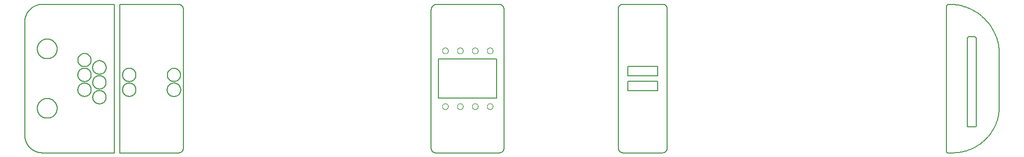
<source format=gbr>
G04 EAGLE Gerber RS-274X export*
G75*
%MOMM*%
%FSLAX34Y34*%
%LPD*%
%INStiffener_TOP*%
%IPPOS*%
%AMOC8*
5,1,8,0,0,1.08239X$1,22.5*%
G01*
%ADD10C,0.152400*%
%ADD11C,0.101600*%


D10*
X1246188Y325438D02*
X1296988Y325438D01*
X1306513Y431800D02*
X1236663Y431800D01*
X1246188Y284163D02*
X1296988Y284163D01*
X1312863Y185738D02*
X1312863Y425450D01*
X1304925Y177800D02*
X1238250Y177800D01*
X1230313Y185738D02*
X1230313Y425450D01*
X1027113Y431800D02*
X920750Y431800D01*
X1035050Y423863D02*
X1035050Y185738D01*
X1027113Y177800D02*
X919163Y177800D01*
X911225Y185738D02*
X911225Y422275D01*
X1246188Y325438D02*
X1246188Y309563D01*
X1246188Y300038D02*
X1246188Y284163D01*
X371475Y431800D02*
X249238Y431800D01*
X371475Y431800D02*
X371475Y177800D01*
X249238Y177800D01*
X219075Y207963D02*
X219075Y401638D01*
X1246188Y309563D02*
X1296988Y309563D01*
X1296988Y325438D01*
X1296988Y300038D02*
X1296988Y284163D01*
X1296988Y300038D02*
X1246188Y300038D01*
X481013Y431800D02*
X381000Y431800D01*
X488950Y423863D02*
X488950Y185738D01*
X481013Y177800D02*
X381000Y177800D01*
X381000Y431800D01*
X1022350Y338138D02*
X1022350Y271463D01*
X923925Y271463D02*
X923925Y338138D01*
X240300Y355600D02*
X240305Y356014D01*
X240320Y356428D01*
X240346Y356841D01*
X240381Y357254D01*
X240427Y357666D01*
X240483Y358076D01*
X240548Y358485D01*
X240624Y358892D01*
X240710Y359297D01*
X240806Y359700D01*
X240911Y360101D01*
X241027Y360499D01*
X241152Y360893D01*
X241286Y361285D01*
X241431Y361673D01*
X241585Y362058D01*
X241748Y362438D01*
X241920Y362815D01*
X242102Y363187D01*
X242293Y363555D01*
X242492Y363918D01*
X242701Y364275D01*
X242918Y364628D01*
X243144Y364975D01*
X243378Y365317D01*
X243621Y365652D01*
X243872Y365982D01*
X244130Y366305D01*
X244397Y366622D01*
X244671Y366933D01*
X244953Y367236D01*
X245243Y367532D01*
X245539Y367822D01*
X245842Y368104D01*
X246153Y368378D01*
X246470Y368645D01*
X246793Y368903D01*
X247123Y369154D01*
X247458Y369397D01*
X247800Y369631D01*
X248147Y369857D01*
X248500Y370074D01*
X248857Y370283D01*
X249220Y370482D01*
X249588Y370673D01*
X249960Y370855D01*
X250337Y371027D01*
X250717Y371190D01*
X251102Y371344D01*
X251490Y371489D01*
X251882Y371623D01*
X252276Y371748D01*
X252674Y371864D01*
X253075Y371969D01*
X253478Y372065D01*
X253883Y372151D01*
X254290Y372227D01*
X254699Y372292D01*
X255109Y372348D01*
X255521Y372394D01*
X255934Y372429D01*
X256347Y372455D01*
X256761Y372470D01*
X257175Y372475D01*
X257589Y372470D01*
X258003Y372455D01*
X258416Y372429D01*
X258829Y372394D01*
X259241Y372348D01*
X259651Y372292D01*
X260060Y372227D01*
X260467Y372151D01*
X260872Y372065D01*
X261275Y371969D01*
X261676Y371864D01*
X262074Y371748D01*
X262468Y371623D01*
X262860Y371489D01*
X263248Y371344D01*
X263633Y371190D01*
X264013Y371027D01*
X264390Y370855D01*
X264762Y370673D01*
X265130Y370482D01*
X265493Y370283D01*
X265850Y370074D01*
X266203Y369857D01*
X266550Y369631D01*
X266892Y369397D01*
X267227Y369154D01*
X267557Y368903D01*
X267880Y368645D01*
X268197Y368378D01*
X268508Y368104D01*
X268811Y367822D01*
X269107Y367532D01*
X269397Y367236D01*
X269679Y366933D01*
X269953Y366622D01*
X270220Y366305D01*
X270478Y365982D01*
X270729Y365652D01*
X270972Y365317D01*
X271206Y364975D01*
X271432Y364628D01*
X271649Y364275D01*
X271858Y363918D01*
X272057Y363555D01*
X272248Y363187D01*
X272430Y362815D01*
X272602Y362438D01*
X272765Y362058D01*
X272919Y361673D01*
X273064Y361285D01*
X273198Y360893D01*
X273323Y360499D01*
X273439Y360101D01*
X273544Y359700D01*
X273640Y359297D01*
X273726Y358892D01*
X273802Y358485D01*
X273867Y358076D01*
X273923Y357666D01*
X273969Y357254D01*
X274004Y356841D01*
X274030Y356428D01*
X274045Y356014D01*
X274050Y355600D01*
X274045Y355186D01*
X274030Y354772D01*
X274004Y354359D01*
X273969Y353946D01*
X273923Y353534D01*
X273867Y353124D01*
X273802Y352715D01*
X273726Y352308D01*
X273640Y351903D01*
X273544Y351500D01*
X273439Y351099D01*
X273323Y350701D01*
X273198Y350307D01*
X273064Y349915D01*
X272919Y349527D01*
X272765Y349142D01*
X272602Y348762D01*
X272430Y348385D01*
X272248Y348013D01*
X272057Y347645D01*
X271858Y347282D01*
X271649Y346925D01*
X271432Y346572D01*
X271206Y346225D01*
X270972Y345883D01*
X270729Y345548D01*
X270478Y345218D01*
X270220Y344895D01*
X269953Y344578D01*
X269679Y344267D01*
X269397Y343964D01*
X269107Y343668D01*
X268811Y343378D01*
X268508Y343096D01*
X268197Y342822D01*
X267880Y342555D01*
X267557Y342297D01*
X267227Y342046D01*
X266892Y341803D01*
X266550Y341569D01*
X266203Y341343D01*
X265850Y341126D01*
X265493Y340917D01*
X265130Y340718D01*
X264762Y340527D01*
X264390Y340345D01*
X264013Y340173D01*
X263633Y340010D01*
X263248Y339856D01*
X262860Y339711D01*
X262468Y339577D01*
X262074Y339452D01*
X261676Y339336D01*
X261275Y339231D01*
X260872Y339135D01*
X260467Y339049D01*
X260060Y338973D01*
X259651Y338908D01*
X259241Y338852D01*
X258829Y338806D01*
X258416Y338771D01*
X258003Y338745D01*
X257589Y338730D01*
X257175Y338725D01*
X256761Y338730D01*
X256347Y338745D01*
X255934Y338771D01*
X255521Y338806D01*
X255109Y338852D01*
X254699Y338908D01*
X254290Y338973D01*
X253883Y339049D01*
X253478Y339135D01*
X253075Y339231D01*
X252674Y339336D01*
X252276Y339452D01*
X251882Y339577D01*
X251490Y339711D01*
X251102Y339856D01*
X250717Y340010D01*
X250337Y340173D01*
X249960Y340345D01*
X249588Y340527D01*
X249220Y340718D01*
X248857Y340917D01*
X248500Y341126D01*
X248147Y341343D01*
X247800Y341569D01*
X247458Y341803D01*
X247123Y342046D01*
X246793Y342297D01*
X246470Y342555D01*
X246153Y342822D01*
X245842Y343096D01*
X245539Y343378D01*
X245243Y343668D01*
X244953Y343964D01*
X244671Y344267D01*
X244397Y344578D01*
X244130Y344895D01*
X243872Y345218D01*
X243621Y345548D01*
X243378Y345883D01*
X243144Y346225D01*
X242918Y346572D01*
X242701Y346925D01*
X242492Y347282D01*
X242293Y347645D01*
X242102Y348013D01*
X241920Y348385D01*
X241748Y348762D01*
X241585Y349142D01*
X241431Y349527D01*
X241286Y349915D01*
X241152Y350307D01*
X241027Y350701D01*
X240911Y351099D01*
X240806Y351500D01*
X240710Y351903D01*
X240624Y352308D01*
X240548Y352715D01*
X240483Y353124D01*
X240427Y353534D01*
X240381Y353946D01*
X240346Y354359D01*
X240320Y354772D01*
X240305Y355186D01*
X240300Y355600D01*
X240300Y254000D02*
X240305Y254414D01*
X240320Y254828D01*
X240346Y255241D01*
X240381Y255654D01*
X240427Y256066D01*
X240483Y256476D01*
X240548Y256885D01*
X240624Y257292D01*
X240710Y257697D01*
X240806Y258100D01*
X240911Y258501D01*
X241027Y258899D01*
X241152Y259293D01*
X241286Y259685D01*
X241431Y260073D01*
X241585Y260458D01*
X241748Y260838D01*
X241920Y261215D01*
X242102Y261587D01*
X242293Y261955D01*
X242492Y262318D01*
X242701Y262675D01*
X242918Y263028D01*
X243144Y263375D01*
X243378Y263717D01*
X243621Y264052D01*
X243872Y264382D01*
X244130Y264705D01*
X244397Y265022D01*
X244671Y265333D01*
X244953Y265636D01*
X245243Y265932D01*
X245539Y266222D01*
X245842Y266504D01*
X246153Y266778D01*
X246470Y267045D01*
X246793Y267303D01*
X247123Y267554D01*
X247458Y267797D01*
X247800Y268031D01*
X248147Y268257D01*
X248500Y268474D01*
X248857Y268683D01*
X249220Y268882D01*
X249588Y269073D01*
X249960Y269255D01*
X250337Y269427D01*
X250717Y269590D01*
X251102Y269744D01*
X251490Y269889D01*
X251882Y270023D01*
X252276Y270148D01*
X252674Y270264D01*
X253075Y270369D01*
X253478Y270465D01*
X253883Y270551D01*
X254290Y270627D01*
X254699Y270692D01*
X255109Y270748D01*
X255521Y270794D01*
X255934Y270829D01*
X256347Y270855D01*
X256761Y270870D01*
X257175Y270875D01*
X257589Y270870D01*
X258003Y270855D01*
X258416Y270829D01*
X258829Y270794D01*
X259241Y270748D01*
X259651Y270692D01*
X260060Y270627D01*
X260467Y270551D01*
X260872Y270465D01*
X261275Y270369D01*
X261676Y270264D01*
X262074Y270148D01*
X262468Y270023D01*
X262860Y269889D01*
X263248Y269744D01*
X263633Y269590D01*
X264013Y269427D01*
X264390Y269255D01*
X264762Y269073D01*
X265130Y268882D01*
X265493Y268683D01*
X265850Y268474D01*
X266203Y268257D01*
X266550Y268031D01*
X266892Y267797D01*
X267227Y267554D01*
X267557Y267303D01*
X267880Y267045D01*
X268197Y266778D01*
X268508Y266504D01*
X268811Y266222D01*
X269107Y265932D01*
X269397Y265636D01*
X269679Y265333D01*
X269953Y265022D01*
X270220Y264705D01*
X270478Y264382D01*
X270729Y264052D01*
X270972Y263717D01*
X271206Y263375D01*
X271432Y263028D01*
X271649Y262675D01*
X271858Y262318D01*
X272057Y261955D01*
X272248Y261587D01*
X272430Y261215D01*
X272602Y260838D01*
X272765Y260458D01*
X272919Y260073D01*
X273064Y259685D01*
X273198Y259293D01*
X273323Y258899D01*
X273439Y258501D01*
X273544Y258100D01*
X273640Y257697D01*
X273726Y257292D01*
X273802Y256885D01*
X273867Y256476D01*
X273923Y256066D01*
X273969Y255654D01*
X274004Y255241D01*
X274030Y254828D01*
X274045Y254414D01*
X274050Y254000D01*
X274045Y253586D01*
X274030Y253172D01*
X274004Y252759D01*
X273969Y252346D01*
X273923Y251934D01*
X273867Y251524D01*
X273802Y251115D01*
X273726Y250708D01*
X273640Y250303D01*
X273544Y249900D01*
X273439Y249499D01*
X273323Y249101D01*
X273198Y248707D01*
X273064Y248315D01*
X272919Y247927D01*
X272765Y247542D01*
X272602Y247162D01*
X272430Y246785D01*
X272248Y246413D01*
X272057Y246045D01*
X271858Y245682D01*
X271649Y245325D01*
X271432Y244972D01*
X271206Y244625D01*
X270972Y244283D01*
X270729Y243948D01*
X270478Y243618D01*
X270220Y243295D01*
X269953Y242978D01*
X269679Y242667D01*
X269397Y242364D01*
X269107Y242068D01*
X268811Y241778D01*
X268508Y241496D01*
X268197Y241222D01*
X267880Y240955D01*
X267557Y240697D01*
X267227Y240446D01*
X266892Y240203D01*
X266550Y239969D01*
X266203Y239743D01*
X265850Y239526D01*
X265493Y239317D01*
X265130Y239118D01*
X264762Y238927D01*
X264390Y238745D01*
X264013Y238573D01*
X263633Y238410D01*
X263248Y238256D01*
X262860Y238111D01*
X262468Y237977D01*
X262074Y237852D01*
X261676Y237736D01*
X261275Y237631D01*
X260872Y237535D01*
X260467Y237449D01*
X260060Y237373D01*
X259651Y237308D01*
X259241Y237252D01*
X258829Y237206D01*
X258416Y237171D01*
X258003Y237145D01*
X257589Y237130D01*
X257175Y237125D01*
X256761Y237130D01*
X256347Y237145D01*
X255934Y237171D01*
X255521Y237206D01*
X255109Y237252D01*
X254699Y237308D01*
X254290Y237373D01*
X253883Y237449D01*
X253478Y237535D01*
X253075Y237631D01*
X252674Y237736D01*
X252276Y237852D01*
X251882Y237977D01*
X251490Y238111D01*
X251102Y238256D01*
X250717Y238410D01*
X250337Y238573D01*
X249960Y238745D01*
X249588Y238927D01*
X249220Y239118D01*
X248857Y239317D01*
X248500Y239526D01*
X248147Y239743D01*
X247800Y239969D01*
X247458Y240203D01*
X247123Y240446D01*
X246793Y240697D01*
X246470Y240955D01*
X246153Y241222D01*
X245842Y241496D01*
X245539Y241778D01*
X245243Y242068D01*
X244953Y242364D01*
X244671Y242667D01*
X244397Y242978D01*
X244130Y243295D01*
X243872Y243618D01*
X243621Y243948D01*
X243378Y244283D01*
X243144Y244625D01*
X242918Y244972D01*
X242701Y245325D01*
X242492Y245682D01*
X242293Y246045D01*
X242102Y246413D01*
X241920Y246785D01*
X241748Y247162D01*
X241585Y247542D01*
X241431Y247927D01*
X241286Y248315D01*
X241152Y248707D01*
X241027Y249101D01*
X240911Y249499D01*
X240806Y249900D01*
X240710Y250303D01*
X240624Y250708D01*
X240548Y251115D01*
X240483Y251524D01*
X240427Y251934D01*
X240381Y252346D01*
X240346Y252759D01*
X240320Y253172D01*
X240305Y253586D01*
X240300Y254000D01*
X923925Y338138D02*
X1022350Y338138D01*
X1022350Y271463D02*
X923925Y271463D01*
X309450Y336550D02*
X309453Y336825D01*
X309464Y337101D01*
X309480Y337376D01*
X309504Y337650D01*
X309534Y337924D01*
X309571Y338197D01*
X309615Y338469D01*
X309666Y338740D01*
X309723Y339009D01*
X309786Y339277D01*
X309857Y339544D01*
X309933Y339808D01*
X310017Y340071D01*
X310106Y340332D01*
X310202Y340590D01*
X310304Y340846D01*
X310413Y341099D01*
X310528Y341349D01*
X310649Y341597D01*
X310775Y341841D01*
X310908Y342083D01*
X311047Y342321D01*
X311192Y342555D01*
X311342Y342786D01*
X311498Y343013D01*
X311659Y343237D01*
X311826Y343456D01*
X311998Y343671D01*
X312175Y343882D01*
X312358Y344088D01*
X312545Y344290D01*
X312738Y344487D01*
X312935Y344680D01*
X313137Y344867D01*
X313343Y345050D01*
X313554Y345227D01*
X313769Y345399D01*
X313988Y345566D01*
X314212Y345727D01*
X314439Y345883D01*
X314670Y346033D01*
X314904Y346178D01*
X315142Y346317D01*
X315384Y346450D01*
X315628Y346576D01*
X315876Y346697D01*
X316126Y346812D01*
X316379Y346921D01*
X316635Y347023D01*
X316893Y347119D01*
X317154Y347208D01*
X317417Y347292D01*
X317681Y347368D01*
X317948Y347439D01*
X318216Y347502D01*
X318485Y347559D01*
X318756Y347610D01*
X319028Y347654D01*
X319301Y347691D01*
X319575Y347721D01*
X319849Y347745D01*
X320124Y347761D01*
X320400Y347772D01*
X320675Y347775D01*
X320950Y347772D01*
X321226Y347761D01*
X321501Y347745D01*
X321775Y347721D01*
X322049Y347691D01*
X322322Y347654D01*
X322594Y347610D01*
X322865Y347559D01*
X323134Y347502D01*
X323402Y347439D01*
X323669Y347368D01*
X323933Y347292D01*
X324196Y347208D01*
X324457Y347119D01*
X324715Y347023D01*
X324971Y346921D01*
X325224Y346812D01*
X325474Y346697D01*
X325722Y346576D01*
X325966Y346450D01*
X326208Y346317D01*
X326446Y346178D01*
X326680Y346033D01*
X326911Y345883D01*
X327138Y345727D01*
X327362Y345566D01*
X327581Y345399D01*
X327796Y345227D01*
X328007Y345050D01*
X328213Y344867D01*
X328415Y344680D01*
X328612Y344487D01*
X328805Y344290D01*
X328992Y344088D01*
X329175Y343882D01*
X329352Y343671D01*
X329524Y343456D01*
X329691Y343237D01*
X329852Y343013D01*
X330008Y342786D01*
X330158Y342555D01*
X330303Y342321D01*
X330442Y342083D01*
X330575Y341841D01*
X330701Y341597D01*
X330822Y341349D01*
X330937Y341099D01*
X331046Y340846D01*
X331148Y340590D01*
X331244Y340332D01*
X331333Y340071D01*
X331417Y339808D01*
X331493Y339544D01*
X331564Y339277D01*
X331627Y339009D01*
X331684Y338740D01*
X331735Y338469D01*
X331779Y338197D01*
X331816Y337924D01*
X331846Y337650D01*
X331870Y337376D01*
X331886Y337101D01*
X331897Y336825D01*
X331900Y336550D01*
X331897Y336275D01*
X331886Y335999D01*
X331870Y335724D01*
X331846Y335450D01*
X331816Y335176D01*
X331779Y334903D01*
X331735Y334631D01*
X331684Y334360D01*
X331627Y334091D01*
X331564Y333823D01*
X331493Y333556D01*
X331417Y333292D01*
X331333Y333029D01*
X331244Y332768D01*
X331148Y332510D01*
X331046Y332254D01*
X330937Y332001D01*
X330822Y331751D01*
X330701Y331503D01*
X330575Y331259D01*
X330442Y331017D01*
X330303Y330779D01*
X330158Y330545D01*
X330008Y330314D01*
X329852Y330087D01*
X329691Y329863D01*
X329524Y329644D01*
X329352Y329429D01*
X329175Y329218D01*
X328992Y329012D01*
X328805Y328810D01*
X328612Y328613D01*
X328415Y328420D01*
X328213Y328233D01*
X328007Y328050D01*
X327796Y327873D01*
X327581Y327701D01*
X327362Y327534D01*
X327138Y327373D01*
X326911Y327217D01*
X326680Y327067D01*
X326446Y326922D01*
X326208Y326783D01*
X325966Y326650D01*
X325722Y326524D01*
X325474Y326403D01*
X325224Y326288D01*
X324971Y326179D01*
X324715Y326077D01*
X324457Y325981D01*
X324196Y325892D01*
X323933Y325808D01*
X323669Y325732D01*
X323402Y325661D01*
X323134Y325598D01*
X322865Y325541D01*
X322594Y325490D01*
X322322Y325446D01*
X322049Y325409D01*
X321775Y325379D01*
X321501Y325355D01*
X321226Y325339D01*
X320950Y325328D01*
X320675Y325325D01*
X320400Y325328D01*
X320124Y325339D01*
X319849Y325355D01*
X319575Y325379D01*
X319301Y325409D01*
X319028Y325446D01*
X318756Y325490D01*
X318485Y325541D01*
X318216Y325598D01*
X317948Y325661D01*
X317681Y325732D01*
X317417Y325808D01*
X317154Y325892D01*
X316893Y325981D01*
X316635Y326077D01*
X316379Y326179D01*
X316126Y326288D01*
X315876Y326403D01*
X315628Y326524D01*
X315384Y326650D01*
X315142Y326783D01*
X314904Y326922D01*
X314670Y327067D01*
X314439Y327217D01*
X314212Y327373D01*
X313988Y327534D01*
X313769Y327701D01*
X313554Y327873D01*
X313343Y328050D01*
X313137Y328233D01*
X312935Y328420D01*
X312738Y328613D01*
X312545Y328810D01*
X312358Y329012D01*
X312175Y329218D01*
X311998Y329429D01*
X311826Y329644D01*
X311659Y329863D01*
X311498Y330087D01*
X311342Y330314D01*
X311192Y330545D01*
X311047Y330779D01*
X310908Y331017D01*
X310775Y331259D01*
X310649Y331503D01*
X310528Y331751D01*
X310413Y332001D01*
X310304Y332254D01*
X310202Y332510D01*
X310106Y332768D01*
X310017Y333029D01*
X309933Y333292D01*
X309857Y333556D01*
X309786Y333823D01*
X309723Y334091D01*
X309666Y334360D01*
X309615Y334631D01*
X309571Y334903D01*
X309534Y335176D01*
X309504Y335450D01*
X309480Y335724D01*
X309464Y335999D01*
X309453Y336275D01*
X309450Y336550D01*
X309227Y311150D02*
X309230Y311431D01*
X309241Y311712D01*
X309258Y311992D01*
X309282Y312272D01*
X309313Y312551D01*
X309351Y312830D01*
X309396Y313107D01*
X309447Y313383D01*
X309505Y313658D01*
X309570Y313932D01*
X309642Y314203D01*
X309720Y314473D01*
X309805Y314741D01*
X309896Y315007D01*
X309994Y315270D01*
X310098Y315531D01*
X310209Y315789D01*
X310326Y316045D01*
X310449Y316297D01*
X310579Y316547D01*
X310714Y316793D01*
X310856Y317035D01*
X311003Y317275D01*
X311156Y317510D01*
X311315Y317742D01*
X311480Y317970D01*
X311650Y318193D01*
X311826Y318413D01*
X312006Y318628D01*
X312193Y318838D01*
X312384Y319044D01*
X312580Y319245D01*
X312781Y319441D01*
X312987Y319632D01*
X313197Y319819D01*
X313412Y319999D01*
X313632Y320175D01*
X313855Y320345D01*
X314083Y320510D01*
X314315Y320669D01*
X314550Y320822D01*
X314790Y320969D01*
X315032Y321111D01*
X315278Y321246D01*
X315528Y321376D01*
X315780Y321499D01*
X316036Y321616D01*
X316294Y321727D01*
X316555Y321831D01*
X316818Y321929D01*
X317084Y322020D01*
X317352Y322105D01*
X317622Y322183D01*
X317893Y322255D01*
X318167Y322320D01*
X318442Y322378D01*
X318718Y322429D01*
X318995Y322474D01*
X319274Y322512D01*
X319553Y322543D01*
X319833Y322567D01*
X320113Y322584D01*
X320394Y322595D01*
X320675Y322598D01*
X320956Y322595D01*
X321237Y322584D01*
X321517Y322567D01*
X321797Y322543D01*
X322076Y322512D01*
X322355Y322474D01*
X322632Y322429D01*
X322908Y322378D01*
X323183Y322320D01*
X323457Y322255D01*
X323728Y322183D01*
X323998Y322105D01*
X324266Y322020D01*
X324532Y321929D01*
X324795Y321831D01*
X325056Y321727D01*
X325314Y321616D01*
X325570Y321499D01*
X325822Y321376D01*
X326072Y321246D01*
X326318Y321111D01*
X326560Y320969D01*
X326800Y320822D01*
X327035Y320669D01*
X327267Y320510D01*
X327495Y320345D01*
X327718Y320175D01*
X327938Y319999D01*
X328153Y319819D01*
X328363Y319632D01*
X328569Y319441D01*
X328770Y319245D01*
X328966Y319044D01*
X329157Y318838D01*
X329344Y318628D01*
X329524Y318413D01*
X329700Y318193D01*
X329870Y317970D01*
X330035Y317742D01*
X330194Y317510D01*
X330347Y317275D01*
X330494Y317035D01*
X330636Y316793D01*
X330771Y316547D01*
X330901Y316297D01*
X331024Y316045D01*
X331141Y315789D01*
X331252Y315531D01*
X331356Y315270D01*
X331454Y315007D01*
X331545Y314741D01*
X331630Y314473D01*
X331708Y314203D01*
X331780Y313932D01*
X331845Y313658D01*
X331903Y313383D01*
X331954Y313107D01*
X331999Y312830D01*
X332037Y312551D01*
X332068Y312272D01*
X332092Y311992D01*
X332109Y311712D01*
X332120Y311431D01*
X332123Y311150D01*
X332120Y310869D01*
X332109Y310588D01*
X332092Y310308D01*
X332068Y310028D01*
X332037Y309749D01*
X331999Y309470D01*
X331954Y309193D01*
X331903Y308917D01*
X331845Y308642D01*
X331780Y308368D01*
X331708Y308097D01*
X331630Y307827D01*
X331545Y307559D01*
X331454Y307293D01*
X331356Y307030D01*
X331252Y306769D01*
X331141Y306511D01*
X331024Y306255D01*
X330901Y306003D01*
X330771Y305753D01*
X330636Y305507D01*
X330494Y305265D01*
X330347Y305025D01*
X330194Y304790D01*
X330035Y304558D01*
X329870Y304330D01*
X329700Y304107D01*
X329524Y303887D01*
X329344Y303672D01*
X329157Y303462D01*
X328966Y303256D01*
X328770Y303055D01*
X328569Y302859D01*
X328363Y302668D01*
X328153Y302481D01*
X327938Y302301D01*
X327718Y302125D01*
X327495Y301955D01*
X327267Y301790D01*
X327035Y301631D01*
X326800Y301478D01*
X326560Y301331D01*
X326318Y301189D01*
X326072Y301054D01*
X325822Y300924D01*
X325570Y300801D01*
X325314Y300684D01*
X325056Y300573D01*
X324795Y300469D01*
X324532Y300371D01*
X324266Y300280D01*
X323998Y300195D01*
X323728Y300117D01*
X323457Y300045D01*
X323183Y299980D01*
X322908Y299922D01*
X322632Y299871D01*
X322355Y299826D01*
X322076Y299788D01*
X321797Y299757D01*
X321517Y299733D01*
X321237Y299716D01*
X320956Y299705D01*
X320675Y299702D01*
X320394Y299705D01*
X320113Y299716D01*
X319833Y299733D01*
X319553Y299757D01*
X319274Y299788D01*
X318995Y299826D01*
X318718Y299871D01*
X318442Y299922D01*
X318167Y299980D01*
X317893Y300045D01*
X317622Y300117D01*
X317352Y300195D01*
X317084Y300280D01*
X316818Y300371D01*
X316555Y300469D01*
X316294Y300573D01*
X316036Y300684D01*
X315780Y300801D01*
X315528Y300924D01*
X315278Y301054D01*
X315032Y301189D01*
X314790Y301331D01*
X314550Y301478D01*
X314315Y301631D01*
X314083Y301790D01*
X313855Y301955D01*
X313632Y302125D01*
X313412Y302301D01*
X313197Y302481D01*
X312987Y302668D01*
X312781Y302859D01*
X312580Y303055D01*
X312384Y303256D01*
X312193Y303462D01*
X312006Y303672D01*
X311826Y303887D01*
X311650Y304107D01*
X311480Y304330D01*
X311315Y304558D01*
X311156Y304790D01*
X311003Y305025D01*
X310856Y305265D01*
X310714Y305507D01*
X310579Y305753D01*
X310449Y306003D01*
X310326Y306255D01*
X310209Y306511D01*
X310098Y306769D01*
X309994Y307030D01*
X309896Y307293D01*
X309805Y307559D01*
X309720Y307827D01*
X309642Y308097D01*
X309570Y308368D01*
X309505Y308642D01*
X309447Y308917D01*
X309396Y309193D01*
X309351Y309470D01*
X309313Y309749D01*
X309282Y310028D01*
X309258Y310308D01*
X309241Y310588D01*
X309230Y310869D01*
X309227Y311150D01*
X309227Y285750D02*
X309230Y286031D01*
X309241Y286312D01*
X309258Y286592D01*
X309282Y286872D01*
X309313Y287151D01*
X309351Y287430D01*
X309396Y287707D01*
X309447Y287983D01*
X309505Y288258D01*
X309570Y288532D01*
X309642Y288803D01*
X309720Y289073D01*
X309805Y289341D01*
X309896Y289607D01*
X309994Y289870D01*
X310098Y290131D01*
X310209Y290389D01*
X310326Y290645D01*
X310449Y290897D01*
X310579Y291147D01*
X310714Y291393D01*
X310856Y291635D01*
X311003Y291875D01*
X311156Y292110D01*
X311315Y292342D01*
X311480Y292570D01*
X311650Y292793D01*
X311826Y293013D01*
X312006Y293228D01*
X312193Y293438D01*
X312384Y293644D01*
X312580Y293845D01*
X312781Y294041D01*
X312987Y294232D01*
X313197Y294419D01*
X313412Y294599D01*
X313632Y294775D01*
X313855Y294945D01*
X314083Y295110D01*
X314315Y295269D01*
X314550Y295422D01*
X314790Y295569D01*
X315032Y295711D01*
X315278Y295846D01*
X315528Y295976D01*
X315780Y296099D01*
X316036Y296216D01*
X316294Y296327D01*
X316555Y296431D01*
X316818Y296529D01*
X317084Y296620D01*
X317352Y296705D01*
X317622Y296783D01*
X317893Y296855D01*
X318167Y296920D01*
X318442Y296978D01*
X318718Y297029D01*
X318995Y297074D01*
X319274Y297112D01*
X319553Y297143D01*
X319833Y297167D01*
X320113Y297184D01*
X320394Y297195D01*
X320675Y297198D01*
X320956Y297195D01*
X321237Y297184D01*
X321517Y297167D01*
X321797Y297143D01*
X322076Y297112D01*
X322355Y297074D01*
X322632Y297029D01*
X322908Y296978D01*
X323183Y296920D01*
X323457Y296855D01*
X323728Y296783D01*
X323998Y296705D01*
X324266Y296620D01*
X324532Y296529D01*
X324795Y296431D01*
X325056Y296327D01*
X325314Y296216D01*
X325570Y296099D01*
X325822Y295976D01*
X326072Y295846D01*
X326318Y295711D01*
X326560Y295569D01*
X326800Y295422D01*
X327035Y295269D01*
X327267Y295110D01*
X327495Y294945D01*
X327718Y294775D01*
X327938Y294599D01*
X328153Y294419D01*
X328363Y294232D01*
X328569Y294041D01*
X328770Y293845D01*
X328966Y293644D01*
X329157Y293438D01*
X329344Y293228D01*
X329524Y293013D01*
X329700Y292793D01*
X329870Y292570D01*
X330035Y292342D01*
X330194Y292110D01*
X330347Y291875D01*
X330494Y291635D01*
X330636Y291393D01*
X330771Y291147D01*
X330901Y290897D01*
X331024Y290645D01*
X331141Y290389D01*
X331252Y290131D01*
X331356Y289870D01*
X331454Y289607D01*
X331545Y289341D01*
X331630Y289073D01*
X331708Y288803D01*
X331780Y288532D01*
X331845Y288258D01*
X331903Y287983D01*
X331954Y287707D01*
X331999Y287430D01*
X332037Y287151D01*
X332068Y286872D01*
X332092Y286592D01*
X332109Y286312D01*
X332120Y286031D01*
X332123Y285750D01*
X332120Y285469D01*
X332109Y285188D01*
X332092Y284908D01*
X332068Y284628D01*
X332037Y284349D01*
X331999Y284070D01*
X331954Y283793D01*
X331903Y283517D01*
X331845Y283242D01*
X331780Y282968D01*
X331708Y282697D01*
X331630Y282427D01*
X331545Y282159D01*
X331454Y281893D01*
X331356Y281630D01*
X331252Y281369D01*
X331141Y281111D01*
X331024Y280855D01*
X330901Y280603D01*
X330771Y280353D01*
X330636Y280107D01*
X330494Y279865D01*
X330347Y279625D01*
X330194Y279390D01*
X330035Y279158D01*
X329870Y278930D01*
X329700Y278707D01*
X329524Y278487D01*
X329344Y278272D01*
X329157Y278062D01*
X328966Y277856D01*
X328770Y277655D01*
X328569Y277459D01*
X328363Y277268D01*
X328153Y277081D01*
X327938Y276901D01*
X327718Y276725D01*
X327495Y276555D01*
X327267Y276390D01*
X327035Y276231D01*
X326800Y276078D01*
X326560Y275931D01*
X326318Y275789D01*
X326072Y275654D01*
X325822Y275524D01*
X325570Y275401D01*
X325314Y275284D01*
X325056Y275173D01*
X324795Y275069D01*
X324532Y274971D01*
X324266Y274880D01*
X323998Y274795D01*
X323728Y274717D01*
X323457Y274645D01*
X323183Y274580D01*
X322908Y274522D01*
X322632Y274471D01*
X322355Y274426D01*
X322076Y274388D01*
X321797Y274357D01*
X321517Y274333D01*
X321237Y274316D01*
X320956Y274305D01*
X320675Y274302D01*
X320394Y274305D01*
X320113Y274316D01*
X319833Y274333D01*
X319553Y274357D01*
X319274Y274388D01*
X318995Y274426D01*
X318718Y274471D01*
X318442Y274522D01*
X318167Y274580D01*
X317893Y274645D01*
X317622Y274717D01*
X317352Y274795D01*
X317084Y274880D01*
X316818Y274971D01*
X316555Y275069D01*
X316294Y275173D01*
X316036Y275284D01*
X315780Y275401D01*
X315528Y275524D01*
X315278Y275654D01*
X315032Y275789D01*
X314790Y275931D01*
X314550Y276078D01*
X314315Y276231D01*
X314083Y276390D01*
X313855Y276555D01*
X313632Y276725D01*
X313412Y276901D01*
X313197Y277081D01*
X312987Y277268D01*
X312781Y277459D01*
X312580Y277655D01*
X312384Y277856D01*
X312193Y278062D01*
X312006Y278272D01*
X311826Y278487D01*
X311650Y278707D01*
X311480Y278930D01*
X311315Y279158D01*
X311156Y279390D01*
X311003Y279625D01*
X310856Y279865D01*
X310714Y280107D01*
X310579Y280353D01*
X310449Y280603D01*
X310326Y280855D01*
X310209Y281111D01*
X310098Y281369D01*
X309994Y281630D01*
X309896Y281893D01*
X309805Y282159D01*
X309720Y282427D01*
X309642Y282697D01*
X309570Y282968D01*
X309505Y283242D01*
X309447Y283517D01*
X309396Y283793D01*
X309351Y284070D01*
X309313Y284349D01*
X309282Y284628D01*
X309258Y284908D01*
X309241Y285188D01*
X309230Y285469D01*
X309227Y285750D01*
X334518Y323850D02*
X334521Y324134D01*
X334532Y324417D01*
X334549Y324700D01*
X334574Y324983D01*
X334605Y325265D01*
X334643Y325546D01*
X334688Y325826D01*
X334740Y326105D01*
X334799Y326382D01*
X334864Y326658D01*
X334937Y326932D01*
X335016Y327205D01*
X335101Y327475D01*
X335194Y327743D01*
X335292Y328009D01*
X335398Y328273D01*
X335509Y328533D01*
X335628Y328791D01*
X335752Y329046D01*
X335883Y329298D01*
X336019Y329546D01*
X336162Y329791D01*
X336311Y330033D01*
X336466Y330271D01*
X336626Y330505D01*
X336792Y330734D01*
X336964Y330960D01*
X337141Y331182D01*
X337324Y331399D01*
X337512Y331611D01*
X337705Y331819D01*
X337903Y332022D01*
X338106Y332220D01*
X338314Y332413D01*
X338526Y332601D01*
X338743Y332784D01*
X338965Y332961D01*
X339191Y333133D01*
X339420Y333299D01*
X339654Y333459D01*
X339892Y333614D01*
X340134Y333763D01*
X340379Y333906D01*
X340627Y334042D01*
X340879Y334173D01*
X341134Y334297D01*
X341392Y334416D01*
X341652Y334527D01*
X341916Y334633D01*
X342182Y334731D01*
X342450Y334824D01*
X342720Y334909D01*
X342993Y334988D01*
X343267Y335061D01*
X343543Y335126D01*
X343820Y335185D01*
X344099Y335237D01*
X344379Y335282D01*
X344660Y335320D01*
X344942Y335351D01*
X345225Y335376D01*
X345508Y335393D01*
X345791Y335404D01*
X346075Y335407D01*
X346359Y335404D01*
X346642Y335393D01*
X346925Y335376D01*
X347208Y335351D01*
X347490Y335320D01*
X347771Y335282D01*
X348051Y335237D01*
X348330Y335185D01*
X348607Y335126D01*
X348883Y335061D01*
X349157Y334988D01*
X349430Y334909D01*
X349700Y334824D01*
X349968Y334731D01*
X350234Y334633D01*
X350498Y334527D01*
X350758Y334416D01*
X351016Y334297D01*
X351271Y334173D01*
X351523Y334042D01*
X351771Y333906D01*
X352016Y333763D01*
X352258Y333614D01*
X352496Y333459D01*
X352730Y333299D01*
X352959Y333133D01*
X353185Y332961D01*
X353407Y332784D01*
X353624Y332601D01*
X353836Y332413D01*
X354044Y332220D01*
X354247Y332022D01*
X354445Y331819D01*
X354638Y331611D01*
X354826Y331399D01*
X355009Y331182D01*
X355186Y330960D01*
X355358Y330734D01*
X355524Y330505D01*
X355684Y330271D01*
X355839Y330033D01*
X355988Y329791D01*
X356131Y329546D01*
X356267Y329298D01*
X356398Y329046D01*
X356522Y328791D01*
X356641Y328533D01*
X356752Y328273D01*
X356858Y328009D01*
X356956Y327743D01*
X357049Y327475D01*
X357134Y327205D01*
X357213Y326932D01*
X357286Y326658D01*
X357351Y326382D01*
X357410Y326105D01*
X357462Y325826D01*
X357507Y325546D01*
X357545Y325265D01*
X357576Y324983D01*
X357601Y324700D01*
X357618Y324417D01*
X357629Y324134D01*
X357632Y323850D01*
X357629Y323566D01*
X357618Y323283D01*
X357601Y323000D01*
X357576Y322717D01*
X357545Y322435D01*
X357507Y322154D01*
X357462Y321874D01*
X357410Y321595D01*
X357351Y321318D01*
X357286Y321042D01*
X357213Y320768D01*
X357134Y320495D01*
X357049Y320225D01*
X356956Y319957D01*
X356858Y319691D01*
X356752Y319427D01*
X356641Y319167D01*
X356522Y318909D01*
X356398Y318654D01*
X356267Y318402D01*
X356131Y318154D01*
X355988Y317909D01*
X355839Y317667D01*
X355684Y317429D01*
X355524Y317195D01*
X355358Y316966D01*
X355186Y316740D01*
X355009Y316518D01*
X354826Y316301D01*
X354638Y316089D01*
X354445Y315881D01*
X354247Y315678D01*
X354044Y315480D01*
X353836Y315287D01*
X353624Y315099D01*
X353407Y314916D01*
X353185Y314739D01*
X352959Y314567D01*
X352730Y314401D01*
X352496Y314241D01*
X352258Y314086D01*
X352016Y313937D01*
X351771Y313794D01*
X351523Y313658D01*
X351271Y313527D01*
X351016Y313403D01*
X350758Y313284D01*
X350498Y313173D01*
X350234Y313067D01*
X349968Y312969D01*
X349700Y312876D01*
X349430Y312791D01*
X349157Y312712D01*
X348883Y312639D01*
X348607Y312574D01*
X348330Y312515D01*
X348051Y312463D01*
X347771Y312418D01*
X347490Y312380D01*
X347208Y312349D01*
X346925Y312324D01*
X346642Y312307D01*
X346359Y312296D01*
X346075Y312293D01*
X345791Y312296D01*
X345508Y312307D01*
X345225Y312324D01*
X344942Y312349D01*
X344660Y312380D01*
X344379Y312418D01*
X344099Y312463D01*
X343820Y312515D01*
X343543Y312574D01*
X343267Y312639D01*
X342993Y312712D01*
X342720Y312791D01*
X342450Y312876D01*
X342182Y312969D01*
X341916Y313067D01*
X341652Y313173D01*
X341392Y313284D01*
X341134Y313403D01*
X340879Y313527D01*
X340627Y313658D01*
X340379Y313794D01*
X340134Y313937D01*
X339892Y314086D01*
X339654Y314241D01*
X339420Y314401D01*
X339191Y314567D01*
X338965Y314739D01*
X338743Y314916D01*
X338526Y315099D01*
X338314Y315287D01*
X338106Y315480D01*
X337903Y315678D01*
X337705Y315881D01*
X337512Y316089D01*
X337324Y316301D01*
X337141Y316518D01*
X336964Y316740D01*
X336792Y316966D01*
X336626Y317195D01*
X336466Y317429D01*
X336311Y317667D01*
X336162Y317909D01*
X336019Y318154D01*
X335883Y318402D01*
X335752Y318654D01*
X335628Y318909D01*
X335509Y319167D01*
X335398Y319427D01*
X335292Y319691D01*
X335194Y319957D01*
X335101Y320225D01*
X335016Y320495D01*
X334937Y320768D01*
X334864Y321042D01*
X334799Y321318D01*
X334740Y321595D01*
X334688Y321874D01*
X334643Y322154D01*
X334605Y322435D01*
X334574Y322717D01*
X334549Y323000D01*
X334532Y323283D01*
X334521Y323566D01*
X334518Y323850D01*
X334627Y298450D02*
X334630Y298731D01*
X334641Y299012D01*
X334658Y299292D01*
X334682Y299572D01*
X334713Y299851D01*
X334751Y300130D01*
X334796Y300407D01*
X334847Y300683D01*
X334905Y300958D01*
X334970Y301232D01*
X335042Y301503D01*
X335120Y301773D01*
X335205Y302041D01*
X335296Y302307D01*
X335394Y302570D01*
X335498Y302831D01*
X335609Y303089D01*
X335726Y303345D01*
X335849Y303597D01*
X335979Y303847D01*
X336114Y304093D01*
X336256Y304335D01*
X336403Y304575D01*
X336556Y304810D01*
X336715Y305042D01*
X336880Y305270D01*
X337050Y305493D01*
X337226Y305713D01*
X337406Y305928D01*
X337593Y306138D01*
X337784Y306344D01*
X337980Y306545D01*
X338181Y306741D01*
X338387Y306932D01*
X338597Y307119D01*
X338812Y307299D01*
X339032Y307475D01*
X339255Y307645D01*
X339483Y307810D01*
X339715Y307969D01*
X339950Y308122D01*
X340190Y308269D01*
X340432Y308411D01*
X340678Y308546D01*
X340928Y308676D01*
X341180Y308799D01*
X341436Y308916D01*
X341694Y309027D01*
X341955Y309131D01*
X342218Y309229D01*
X342484Y309320D01*
X342752Y309405D01*
X343022Y309483D01*
X343293Y309555D01*
X343567Y309620D01*
X343842Y309678D01*
X344118Y309729D01*
X344395Y309774D01*
X344674Y309812D01*
X344953Y309843D01*
X345233Y309867D01*
X345513Y309884D01*
X345794Y309895D01*
X346075Y309898D01*
X346356Y309895D01*
X346637Y309884D01*
X346917Y309867D01*
X347197Y309843D01*
X347476Y309812D01*
X347755Y309774D01*
X348032Y309729D01*
X348308Y309678D01*
X348583Y309620D01*
X348857Y309555D01*
X349128Y309483D01*
X349398Y309405D01*
X349666Y309320D01*
X349932Y309229D01*
X350195Y309131D01*
X350456Y309027D01*
X350714Y308916D01*
X350970Y308799D01*
X351222Y308676D01*
X351472Y308546D01*
X351718Y308411D01*
X351960Y308269D01*
X352200Y308122D01*
X352435Y307969D01*
X352667Y307810D01*
X352895Y307645D01*
X353118Y307475D01*
X353338Y307299D01*
X353553Y307119D01*
X353763Y306932D01*
X353969Y306741D01*
X354170Y306545D01*
X354366Y306344D01*
X354557Y306138D01*
X354744Y305928D01*
X354924Y305713D01*
X355100Y305493D01*
X355270Y305270D01*
X355435Y305042D01*
X355594Y304810D01*
X355747Y304575D01*
X355894Y304335D01*
X356036Y304093D01*
X356171Y303847D01*
X356301Y303597D01*
X356424Y303345D01*
X356541Y303089D01*
X356652Y302831D01*
X356756Y302570D01*
X356854Y302307D01*
X356945Y302041D01*
X357030Y301773D01*
X357108Y301503D01*
X357180Y301232D01*
X357245Y300958D01*
X357303Y300683D01*
X357354Y300407D01*
X357399Y300130D01*
X357437Y299851D01*
X357468Y299572D01*
X357492Y299292D01*
X357509Y299012D01*
X357520Y298731D01*
X357523Y298450D01*
X357520Y298169D01*
X357509Y297888D01*
X357492Y297608D01*
X357468Y297328D01*
X357437Y297049D01*
X357399Y296770D01*
X357354Y296493D01*
X357303Y296217D01*
X357245Y295942D01*
X357180Y295668D01*
X357108Y295397D01*
X357030Y295127D01*
X356945Y294859D01*
X356854Y294593D01*
X356756Y294330D01*
X356652Y294069D01*
X356541Y293811D01*
X356424Y293555D01*
X356301Y293303D01*
X356171Y293053D01*
X356036Y292807D01*
X355894Y292565D01*
X355747Y292325D01*
X355594Y292090D01*
X355435Y291858D01*
X355270Y291630D01*
X355100Y291407D01*
X354924Y291187D01*
X354744Y290972D01*
X354557Y290762D01*
X354366Y290556D01*
X354170Y290355D01*
X353969Y290159D01*
X353763Y289968D01*
X353553Y289781D01*
X353338Y289601D01*
X353118Y289425D01*
X352895Y289255D01*
X352667Y289090D01*
X352435Y288931D01*
X352200Y288778D01*
X351960Y288631D01*
X351718Y288489D01*
X351472Y288354D01*
X351222Y288224D01*
X350970Y288101D01*
X350714Y287984D01*
X350456Y287873D01*
X350195Y287769D01*
X349932Y287671D01*
X349666Y287580D01*
X349398Y287495D01*
X349128Y287417D01*
X348857Y287345D01*
X348583Y287280D01*
X348308Y287222D01*
X348032Y287171D01*
X347755Y287126D01*
X347476Y287088D01*
X347197Y287057D01*
X346917Y287033D01*
X346637Y287016D01*
X346356Y287005D01*
X346075Y287002D01*
X345794Y287005D01*
X345513Y287016D01*
X345233Y287033D01*
X344953Y287057D01*
X344674Y287088D01*
X344395Y287126D01*
X344118Y287171D01*
X343842Y287222D01*
X343567Y287280D01*
X343293Y287345D01*
X343022Y287417D01*
X342752Y287495D01*
X342484Y287580D01*
X342218Y287671D01*
X341955Y287769D01*
X341694Y287873D01*
X341436Y287984D01*
X341180Y288101D01*
X340928Y288224D01*
X340678Y288354D01*
X340432Y288489D01*
X340190Y288631D01*
X339950Y288778D01*
X339715Y288931D01*
X339483Y289090D01*
X339255Y289255D01*
X339032Y289425D01*
X338812Y289601D01*
X338597Y289781D01*
X338387Y289968D01*
X338181Y290159D01*
X337980Y290355D01*
X337784Y290556D01*
X337593Y290762D01*
X337406Y290972D01*
X337226Y291187D01*
X337050Y291407D01*
X336880Y291630D01*
X336715Y291858D01*
X336556Y292090D01*
X336403Y292325D01*
X336256Y292565D01*
X336114Y292807D01*
X335979Y293053D01*
X335849Y293303D01*
X335726Y293555D01*
X335609Y293811D01*
X335498Y294069D01*
X335394Y294330D01*
X335296Y294593D01*
X335205Y294859D01*
X335120Y295127D01*
X335042Y295397D01*
X334970Y295668D01*
X334905Y295942D01*
X334847Y296217D01*
X334796Y296493D01*
X334751Y296770D01*
X334713Y297049D01*
X334682Y297328D01*
X334658Y297608D01*
X334641Y297888D01*
X334630Y298169D01*
X334627Y298450D01*
X334627Y273050D02*
X334630Y273331D01*
X334641Y273612D01*
X334658Y273892D01*
X334682Y274172D01*
X334713Y274451D01*
X334751Y274730D01*
X334796Y275007D01*
X334847Y275283D01*
X334905Y275558D01*
X334970Y275832D01*
X335042Y276103D01*
X335120Y276373D01*
X335205Y276641D01*
X335296Y276907D01*
X335394Y277170D01*
X335498Y277431D01*
X335609Y277689D01*
X335726Y277945D01*
X335849Y278197D01*
X335979Y278447D01*
X336114Y278693D01*
X336256Y278935D01*
X336403Y279175D01*
X336556Y279410D01*
X336715Y279642D01*
X336880Y279870D01*
X337050Y280093D01*
X337226Y280313D01*
X337406Y280528D01*
X337593Y280738D01*
X337784Y280944D01*
X337980Y281145D01*
X338181Y281341D01*
X338387Y281532D01*
X338597Y281719D01*
X338812Y281899D01*
X339032Y282075D01*
X339255Y282245D01*
X339483Y282410D01*
X339715Y282569D01*
X339950Y282722D01*
X340190Y282869D01*
X340432Y283011D01*
X340678Y283146D01*
X340928Y283276D01*
X341180Y283399D01*
X341436Y283516D01*
X341694Y283627D01*
X341955Y283731D01*
X342218Y283829D01*
X342484Y283920D01*
X342752Y284005D01*
X343022Y284083D01*
X343293Y284155D01*
X343567Y284220D01*
X343842Y284278D01*
X344118Y284329D01*
X344395Y284374D01*
X344674Y284412D01*
X344953Y284443D01*
X345233Y284467D01*
X345513Y284484D01*
X345794Y284495D01*
X346075Y284498D01*
X346356Y284495D01*
X346637Y284484D01*
X346917Y284467D01*
X347197Y284443D01*
X347476Y284412D01*
X347755Y284374D01*
X348032Y284329D01*
X348308Y284278D01*
X348583Y284220D01*
X348857Y284155D01*
X349128Y284083D01*
X349398Y284005D01*
X349666Y283920D01*
X349932Y283829D01*
X350195Y283731D01*
X350456Y283627D01*
X350714Y283516D01*
X350970Y283399D01*
X351222Y283276D01*
X351472Y283146D01*
X351718Y283011D01*
X351960Y282869D01*
X352200Y282722D01*
X352435Y282569D01*
X352667Y282410D01*
X352895Y282245D01*
X353118Y282075D01*
X353338Y281899D01*
X353553Y281719D01*
X353763Y281532D01*
X353969Y281341D01*
X354170Y281145D01*
X354366Y280944D01*
X354557Y280738D01*
X354744Y280528D01*
X354924Y280313D01*
X355100Y280093D01*
X355270Y279870D01*
X355435Y279642D01*
X355594Y279410D01*
X355747Y279175D01*
X355894Y278935D01*
X356036Y278693D01*
X356171Y278447D01*
X356301Y278197D01*
X356424Y277945D01*
X356541Y277689D01*
X356652Y277431D01*
X356756Y277170D01*
X356854Y276907D01*
X356945Y276641D01*
X357030Y276373D01*
X357108Y276103D01*
X357180Y275832D01*
X357245Y275558D01*
X357303Y275283D01*
X357354Y275007D01*
X357399Y274730D01*
X357437Y274451D01*
X357468Y274172D01*
X357492Y273892D01*
X357509Y273612D01*
X357520Y273331D01*
X357523Y273050D01*
X357520Y272769D01*
X357509Y272488D01*
X357492Y272208D01*
X357468Y271928D01*
X357437Y271649D01*
X357399Y271370D01*
X357354Y271093D01*
X357303Y270817D01*
X357245Y270542D01*
X357180Y270268D01*
X357108Y269997D01*
X357030Y269727D01*
X356945Y269459D01*
X356854Y269193D01*
X356756Y268930D01*
X356652Y268669D01*
X356541Y268411D01*
X356424Y268155D01*
X356301Y267903D01*
X356171Y267653D01*
X356036Y267407D01*
X355894Y267165D01*
X355747Y266925D01*
X355594Y266690D01*
X355435Y266458D01*
X355270Y266230D01*
X355100Y266007D01*
X354924Y265787D01*
X354744Y265572D01*
X354557Y265362D01*
X354366Y265156D01*
X354170Y264955D01*
X353969Y264759D01*
X353763Y264568D01*
X353553Y264381D01*
X353338Y264201D01*
X353118Y264025D01*
X352895Y263855D01*
X352667Y263690D01*
X352435Y263531D01*
X352200Y263378D01*
X351960Y263231D01*
X351718Y263089D01*
X351472Y262954D01*
X351222Y262824D01*
X350970Y262701D01*
X350714Y262584D01*
X350456Y262473D01*
X350195Y262369D01*
X349932Y262271D01*
X349666Y262180D01*
X349398Y262095D01*
X349128Y262017D01*
X348857Y261945D01*
X348583Y261880D01*
X348308Y261822D01*
X348032Y261771D01*
X347755Y261726D01*
X347476Y261688D01*
X347197Y261657D01*
X346917Y261633D01*
X346637Y261616D01*
X346356Y261605D01*
X346075Y261602D01*
X345794Y261605D01*
X345513Y261616D01*
X345233Y261633D01*
X344953Y261657D01*
X344674Y261688D01*
X344395Y261726D01*
X344118Y261771D01*
X343842Y261822D01*
X343567Y261880D01*
X343293Y261945D01*
X343022Y262017D01*
X342752Y262095D01*
X342484Y262180D01*
X342218Y262271D01*
X341955Y262369D01*
X341694Y262473D01*
X341436Y262584D01*
X341180Y262701D01*
X340928Y262824D01*
X340678Y262954D01*
X340432Y263089D01*
X340190Y263231D01*
X339950Y263378D01*
X339715Y263531D01*
X339483Y263690D01*
X339255Y263855D01*
X339032Y264025D01*
X338812Y264201D01*
X338597Y264381D01*
X338387Y264568D01*
X338181Y264759D01*
X337980Y264955D01*
X337784Y265156D01*
X337593Y265362D01*
X337406Y265572D01*
X337226Y265787D01*
X337050Y266007D01*
X336880Y266230D01*
X336715Y266458D01*
X336556Y266690D01*
X336403Y266925D01*
X336256Y267165D01*
X336114Y267407D01*
X335979Y267653D01*
X335849Y267903D01*
X335726Y268155D01*
X335609Y268411D01*
X335498Y268669D01*
X335394Y268930D01*
X335296Y269193D01*
X335205Y269459D01*
X335120Y269727D01*
X335042Y269997D01*
X334970Y270268D01*
X334905Y270542D01*
X334847Y270817D01*
X334796Y271093D01*
X334751Y271370D01*
X334713Y271649D01*
X334682Y271928D01*
X334658Y272208D01*
X334641Y272488D01*
X334630Y272769D01*
X334627Y273050D01*
X385427Y311150D02*
X385430Y311431D01*
X385441Y311712D01*
X385458Y311992D01*
X385482Y312272D01*
X385513Y312551D01*
X385551Y312830D01*
X385596Y313107D01*
X385647Y313383D01*
X385705Y313658D01*
X385770Y313932D01*
X385842Y314203D01*
X385920Y314473D01*
X386005Y314741D01*
X386096Y315007D01*
X386194Y315270D01*
X386298Y315531D01*
X386409Y315789D01*
X386526Y316045D01*
X386649Y316297D01*
X386779Y316547D01*
X386914Y316793D01*
X387056Y317035D01*
X387203Y317275D01*
X387356Y317510D01*
X387515Y317742D01*
X387680Y317970D01*
X387850Y318193D01*
X388026Y318413D01*
X388206Y318628D01*
X388393Y318838D01*
X388584Y319044D01*
X388780Y319245D01*
X388981Y319441D01*
X389187Y319632D01*
X389397Y319819D01*
X389612Y319999D01*
X389832Y320175D01*
X390055Y320345D01*
X390283Y320510D01*
X390515Y320669D01*
X390750Y320822D01*
X390990Y320969D01*
X391232Y321111D01*
X391478Y321246D01*
X391728Y321376D01*
X391980Y321499D01*
X392236Y321616D01*
X392494Y321727D01*
X392755Y321831D01*
X393018Y321929D01*
X393284Y322020D01*
X393552Y322105D01*
X393822Y322183D01*
X394093Y322255D01*
X394367Y322320D01*
X394642Y322378D01*
X394918Y322429D01*
X395195Y322474D01*
X395474Y322512D01*
X395753Y322543D01*
X396033Y322567D01*
X396313Y322584D01*
X396594Y322595D01*
X396875Y322598D01*
X397156Y322595D01*
X397437Y322584D01*
X397717Y322567D01*
X397997Y322543D01*
X398276Y322512D01*
X398555Y322474D01*
X398832Y322429D01*
X399108Y322378D01*
X399383Y322320D01*
X399657Y322255D01*
X399928Y322183D01*
X400198Y322105D01*
X400466Y322020D01*
X400732Y321929D01*
X400995Y321831D01*
X401256Y321727D01*
X401514Y321616D01*
X401770Y321499D01*
X402022Y321376D01*
X402272Y321246D01*
X402518Y321111D01*
X402760Y320969D01*
X403000Y320822D01*
X403235Y320669D01*
X403467Y320510D01*
X403695Y320345D01*
X403918Y320175D01*
X404138Y319999D01*
X404353Y319819D01*
X404563Y319632D01*
X404769Y319441D01*
X404970Y319245D01*
X405166Y319044D01*
X405357Y318838D01*
X405544Y318628D01*
X405724Y318413D01*
X405900Y318193D01*
X406070Y317970D01*
X406235Y317742D01*
X406394Y317510D01*
X406547Y317275D01*
X406694Y317035D01*
X406836Y316793D01*
X406971Y316547D01*
X407101Y316297D01*
X407224Y316045D01*
X407341Y315789D01*
X407452Y315531D01*
X407556Y315270D01*
X407654Y315007D01*
X407745Y314741D01*
X407830Y314473D01*
X407908Y314203D01*
X407980Y313932D01*
X408045Y313658D01*
X408103Y313383D01*
X408154Y313107D01*
X408199Y312830D01*
X408237Y312551D01*
X408268Y312272D01*
X408292Y311992D01*
X408309Y311712D01*
X408320Y311431D01*
X408323Y311150D01*
X408320Y310869D01*
X408309Y310588D01*
X408292Y310308D01*
X408268Y310028D01*
X408237Y309749D01*
X408199Y309470D01*
X408154Y309193D01*
X408103Y308917D01*
X408045Y308642D01*
X407980Y308368D01*
X407908Y308097D01*
X407830Y307827D01*
X407745Y307559D01*
X407654Y307293D01*
X407556Y307030D01*
X407452Y306769D01*
X407341Y306511D01*
X407224Y306255D01*
X407101Y306003D01*
X406971Y305753D01*
X406836Y305507D01*
X406694Y305265D01*
X406547Y305025D01*
X406394Y304790D01*
X406235Y304558D01*
X406070Y304330D01*
X405900Y304107D01*
X405724Y303887D01*
X405544Y303672D01*
X405357Y303462D01*
X405166Y303256D01*
X404970Y303055D01*
X404769Y302859D01*
X404563Y302668D01*
X404353Y302481D01*
X404138Y302301D01*
X403918Y302125D01*
X403695Y301955D01*
X403467Y301790D01*
X403235Y301631D01*
X403000Y301478D01*
X402760Y301331D01*
X402518Y301189D01*
X402272Y301054D01*
X402022Y300924D01*
X401770Y300801D01*
X401514Y300684D01*
X401256Y300573D01*
X400995Y300469D01*
X400732Y300371D01*
X400466Y300280D01*
X400198Y300195D01*
X399928Y300117D01*
X399657Y300045D01*
X399383Y299980D01*
X399108Y299922D01*
X398832Y299871D01*
X398555Y299826D01*
X398276Y299788D01*
X397997Y299757D01*
X397717Y299733D01*
X397437Y299716D01*
X397156Y299705D01*
X396875Y299702D01*
X396594Y299705D01*
X396313Y299716D01*
X396033Y299733D01*
X395753Y299757D01*
X395474Y299788D01*
X395195Y299826D01*
X394918Y299871D01*
X394642Y299922D01*
X394367Y299980D01*
X394093Y300045D01*
X393822Y300117D01*
X393552Y300195D01*
X393284Y300280D01*
X393018Y300371D01*
X392755Y300469D01*
X392494Y300573D01*
X392236Y300684D01*
X391980Y300801D01*
X391728Y300924D01*
X391478Y301054D01*
X391232Y301189D01*
X390990Y301331D01*
X390750Y301478D01*
X390515Y301631D01*
X390283Y301790D01*
X390055Y301955D01*
X389832Y302125D01*
X389612Y302301D01*
X389397Y302481D01*
X389187Y302668D01*
X388981Y302859D01*
X388780Y303055D01*
X388584Y303256D01*
X388393Y303462D01*
X388206Y303672D01*
X388026Y303887D01*
X387850Y304107D01*
X387680Y304330D01*
X387515Y304558D01*
X387356Y304790D01*
X387203Y305025D01*
X387056Y305265D01*
X386914Y305507D01*
X386779Y305753D01*
X386649Y306003D01*
X386526Y306255D01*
X386409Y306511D01*
X386298Y306769D01*
X386194Y307030D01*
X386096Y307293D01*
X386005Y307559D01*
X385920Y307827D01*
X385842Y308097D01*
X385770Y308368D01*
X385705Y308642D01*
X385647Y308917D01*
X385596Y309193D01*
X385551Y309470D01*
X385513Y309749D01*
X385482Y310028D01*
X385458Y310308D01*
X385441Y310588D01*
X385430Y310869D01*
X385427Y311150D01*
X385427Y285750D02*
X385430Y286031D01*
X385441Y286312D01*
X385458Y286592D01*
X385482Y286872D01*
X385513Y287151D01*
X385551Y287430D01*
X385596Y287707D01*
X385647Y287983D01*
X385705Y288258D01*
X385770Y288532D01*
X385842Y288803D01*
X385920Y289073D01*
X386005Y289341D01*
X386096Y289607D01*
X386194Y289870D01*
X386298Y290131D01*
X386409Y290389D01*
X386526Y290645D01*
X386649Y290897D01*
X386779Y291147D01*
X386914Y291393D01*
X387056Y291635D01*
X387203Y291875D01*
X387356Y292110D01*
X387515Y292342D01*
X387680Y292570D01*
X387850Y292793D01*
X388026Y293013D01*
X388206Y293228D01*
X388393Y293438D01*
X388584Y293644D01*
X388780Y293845D01*
X388981Y294041D01*
X389187Y294232D01*
X389397Y294419D01*
X389612Y294599D01*
X389832Y294775D01*
X390055Y294945D01*
X390283Y295110D01*
X390515Y295269D01*
X390750Y295422D01*
X390990Y295569D01*
X391232Y295711D01*
X391478Y295846D01*
X391728Y295976D01*
X391980Y296099D01*
X392236Y296216D01*
X392494Y296327D01*
X392755Y296431D01*
X393018Y296529D01*
X393284Y296620D01*
X393552Y296705D01*
X393822Y296783D01*
X394093Y296855D01*
X394367Y296920D01*
X394642Y296978D01*
X394918Y297029D01*
X395195Y297074D01*
X395474Y297112D01*
X395753Y297143D01*
X396033Y297167D01*
X396313Y297184D01*
X396594Y297195D01*
X396875Y297198D01*
X397156Y297195D01*
X397437Y297184D01*
X397717Y297167D01*
X397997Y297143D01*
X398276Y297112D01*
X398555Y297074D01*
X398832Y297029D01*
X399108Y296978D01*
X399383Y296920D01*
X399657Y296855D01*
X399928Y296783D01*
X400198Y296705D01*
X400466Y296620D01*
X400732Y296529D01*
X400995Y296431D01*
X401256Y296327D01*
X401514Y296216D01*
X401770Y296099D01*
X402022Y295976D01*
X402272Y295846D01*
X402518Y295711D01*
X402760Y295569D01*
X403000Y295422D01*
X403235Y295269D01*
X403467Y295110D01*
X403695Y294945D01*
X403918Y294775D01*
X404138Y294599D01*
X404353Y294419D01*
X404563Y294232D01*
X404769Y294041D01*
X404970Y293845D01*
X405166Y293644D01*
X405357Y293438D01*
X405544Y293228D01*
X405724Y293013D01*
X405900Y292793D01*
X406070Y292570D01*
X406235Y292342D01*
X406394Y292110D01*
X406547Y291875D01*
X406694Y291635D01*
X406836Y291393D01*
X406971Y291147D01*
X407101Y290897D01*
X407224Y290645D01*
X407341Y290389D01*
X407452Y290131D01*
X407556Y289870D01*
X407654Y289607D01*
X407745Y289341D01*
X407830Y289073D01*
X407908Y288803D01*
X407980Y288532D01*
X408045Y288258D01*
X408103Y287983D01*
X408154Y287707D01*
X408199Y287430D01*
X408237Y287151D01*
X408268Y286872D01*
X408292Y286592D01*
X408309Y286312D01*
X408320Y286031D01*
X408323Y285750D01*
X408320Y285469D01*
X408309Y285188D01*
X408292Y284908D01*
X408268Y284628D01*
X408237Y284349D01*
X408199Y284070D01*
X408154Y283793D01*
X408103Y283517D01*
X408045Y283242D01*
X407980Y282968D01*
X407908Y282697D01*
X407830Y282427D01*
X407745Y282159D01*
X407654Y281893D01*
X407556Y281630D01*
X407452Y281369D01*
X407341Y281111D01*
X407224Y280855D01*
X407101Y280603D01*
X406971Y280353D01*
X406836Y280107D01*
X406694Y279865D01*
X406547Y279625D01*
X406394Y279390D01*
X406235Y279158D01*
X406070Y278930D01*
X405900Y278707D01*
X405724Y278487D01*
X405544Y278272D01*
X405357Y278062D01*
X405166Y277856D01*
X404970Y277655D01*
X404769Y277459D01*
X404563Y277268D01*
X404353Y277081D01*
X404138Y276901D01*
X403918Y276725D01*
X403695Y276555D01*
X403467Y276390D01*
X403235Y276231D01*
X403000Y276078D01*
X402760Y275931D01*
X402518Y275789D01*
X402272Y275654D01*
X402022Y275524D01*
X401770Y275401D01*
X401514Y275284D01*
X401256Y275173D01*
X400995Y275069D01*
X400732Y274971D01*
X400466Y274880D01*
X400198Y274795D01*
X399928Y274717D01*
X399657Y274645D01*
X399383Y274580D01*
X399108Y274522D01*
X398832Y274471D01*
X398555Y274426D01*
X398276Y274388D01*
X397997Y274357D01*
X397717Y274333D01*
X397437Y274316D01*
X397156Y274305D01*
X396875Y274302D01*
X396594Y274305D01*
X396313Y274316D01*
X396033Y274333D01*
X395753Y274357D01*
X395474Y274388D01*
X395195Y274426D01*
X394918Y274471D01*
X394642Y274522D01*
X394367Y274580D01*
X394093Y274645D01*
X393822Y274717D01*
X393552Y274795D01*
X393284Y274880D01*
X393018Y274971D01*
X392755Y275069D01*
X392494Y275173D01*
X392236Y275284D01*
X391980Y275401D01*
X391728Y275524D01*
X391478Y275654D01*
X391232Y275789D01*
X390990Y275931D01*
X390750Y276078D01*
X390515Y276231D01*
X390283Y276390D01*
X390055Y276555D01*
X389832Y276725D01*
X389612Y276901D01*
X389397Y277081D01*
X389187Y277268D01*
X388981Y277459D01*
X388780Y277655D01*
X388584Y277856D01*
X388393Y278062D01*
X388206Y278272D01*
X388026Y278487D01*
X387850Y278707D01*
X387680Y278930D01*
X387515Y279158D01*
X387356Y279390D01*
X387203Y279625D01*
X387056Y279865D01*
X386914Y280107D01*
X386779Y280353D01*
X386649Y280603D01*
X386526Y280855D01*
X386409Y281111D01*
X386298Y281369D01*
X386194Y281630D01*
X386096Y281893D01*
X386005Y282159D01*
X385920Y282427D01*
X385842Y282697D01*
X385770Y282968D01*
X385705Y283242D01*
X385647Y283517D01*
X385596Y283793D01*
X385551Y284070D01*
X385513Y284349D01*
X385482Y284628D01*
X385458Y284908D01*
X385441Y285188D01*
X385430Y285469D01*
X385427Y285750D01*
X461850Y311150D02*
X461853Y311425D01*
X461864Y311701D01*
X461880Y311976D01*
X461904Y312250D01*
X461934Y312524D01*
X461971Y312797D01*
X462015Y313069D01*
X462066Y313340D01*
X462123Y313609D01*
X462186Y313877D01*
X462257Y314144D01*
X462333Y314408D01*
X462417Y314671D01*
X462506Y314932D01*
X462602Y315190D01*
X462704Y315446D01*
X462813Y315699D01*
X462928Y315949D01*
X463049Y316197D01*
X463175Y316441D01*
X463308Y316683D01*
X463447Y316921D01*
X463592Y317155D01*
X463742Y317386D01*
X463898Y317613D01*
X464059Y317837D01*
X464226Y318056D01*
X464398Y318271D01*
X464575Y318482D01*
X464758Y318688D01*
X464945Y318890D01*
X465138Y319087D01*
X465335Y319280D01*
X465537Y319467D01*
X465743Y319650D01*
X465954Y319827D01*
X466169Y319999D01*
X466388Y320166D01*
X466612Y320327D01*
X466839Y320483D01*
X467070Y320633D01*
X467304Y320778D01*
X467542Y320917D01*
X467784Y321050D01*
X468028Y321176D01*
X468276Y321297D01*
X468526Y321412D01*
X468779Y321521D01*
X469035Y321623D01*
X469293Y321719D01*
X469554Y321808D01*
X469817Y321892D01*
X470081Y321968D01*
X470348Y322039D01*
X470616Y322102D01*
X470885Y322159D01*
X471156Y322210D01*
X471428Y322254D01*
X471701Y322291D01*
X471975Y322321D01*
X472249Y322345D01*
X472524Y322361D01*
X472800Y322372D01*
X473075Y322375D01*
X473350Y322372D01*
X473626Y322361D01*
X473901Y322345D01*
X474175Y322321D01*
X474449Y322291D01*
X474722Y322254D01*
X474994Y322210D01*
X475265Y322159D01*
X475534Y322102D01*
X475802Y322039D01*
X476069Y321968D01*
X476333Y321892D01*
X476596Y321808D01*
X476857Y321719D01*
X477115Y321623D01*
X477371Y321521D01*
X477624Y321412D01*
X477874Y321297D01*
X478122Y321176D01*
X478366Y321050D01*
X478608Y320917D01*
X478846Y320778D01*
X479080Y320633D01*
X479311Y320483D01*
X479538Y320327D01*
X479762Y320166D01*
X479981Y319999D01*
X480196Y319827D01*
X480407Y319650D01*
X480613Y319467D01*
X480815Y319280D01*
X481012Y319087D01*
X481205Y318890D01*
X481392Y318688D01*
X481575Y318482D01*
X481752Y318271D01*
X481924Y318056D01*
X482091Y317837D01*
X482252Y317613D01*
X482408Y317386D01*
X482558Y317155D01*
X482703Y316921D01*
X482842Y316683D01*
X482975Y316441D01*
X483101Y316197D01*
X483222Y315949D01*
X483337Y315699D01*
X483446Y315446D01*
X483548Y315190D01*
X483644Y314932D01*
X483733Y314671D01*
X483817Y314408D01*
X483893Y314144D01*
X483964Y313877D01*
X484027Y313609D01*
X484084Y313340D01*
X484135Y313069D01*
X484179Y312797D01*
X484216Y312524D01*
X484246Y312250D01*
X484270Y311976D01*
X484286Y311701D01*
X484297Y311425D01*
X484300Y311150D01*
X484297Y310875D01*
X484286Y310599D01*
X484270Y310324D01*
X484246Y310050D01*
X484216Y309776D01*
X484179Y309503D01*
X484135Y309231D01*
X484084Y308960D01*
X484027Y308691D01*
X483964Y308423D01*
X483893Y308156D01*
X483817Y307892D01*
X483733Y307629D01*
X483644Y307368D01*
X483548Y307110D01*
X483446Y306854D01*
X483337Y306601D01*
X483222Y306351D01*
X483101Y306103D01*
X482975Y305859D01*
X482842Y305617D01*
X482703Y305379D01*
X482558Y305145D01*
X482408Y304914D01*
X482252Y304687D01*
X482091Y304463D01*
X481924Y304244D01*
X481752Y304029D01*
X481575Y303818D01*
X481392Y303612D01*
X481205Y303410D01*
X481012Y303213D01*
X480815Y303020D01*
X480613Y302833D01*
X480407Y302650D01*
X480196Y302473D01*
X479981Y302301D01*
X479762Y302134D01*
X479538Y301973D01*
X479311Y301817D01*
X479080Y301667D01*
X478846Y301522D01*
X478608Y301383D01*
X478366Y301250D01*
X478122Y301124D01*
X477874Y301003D01*
X477624Y300888D01*
X477371Y300779D01*
X477115Y300677D01*
X476857Y300581D01*
X476596Y300492D01*
X476333Y300408D01*
X476069Y300332D01*
X475802Y300261D01*
X475534Y300198D01*
X475265Y300141D01*
X474994Y300090D01*
X474722Y300046D01*
X474449Y300009D01*
X474175Y299979D01*
X473901Y299955D01*
X473626Y299939D01*
X473350Y299928D01*
X473075Y299925D01*
X472800Y299928D01*
X472524Y299939D01*
X472249Y299955D01*
X471975Y299979D01*
X471701Y300009D01*
X471428Y300046D01*
X471156Y300090D01*
X470885Y300141D01*
X470616Y300198D01*
X470348Y300261D01*
X470081Y300332D01*
X469817Y300408D01*
X469554Y300492D01*
X469293Y300581D01*
X469035Y300677D01*
X468779Y300779D01*
X468526Y300888D01*
X468276Y301003D01*
X468028Y301124D01*
X467784Y301250D01*
X467542Y301383D01*
X467304Y301522D01*
X467070Y301667D01*
X466839Y301817D01*
X466612Y301973D01*
X466388Y302134D01*
X466169Y302301D01*
X465954Y302473D01*
X465743Y302650D01*
X465537Y302833D01*
X465335Y303020D01*
X465138Y303213D01*
X464945Y303410D01*
X464758Y303612D01*
X464575Y303818D01*
X464398Y304029D01*
X464226Y304244D01*
X464059Y304463D01*
X463898Y304687D01*
X463742Y304914D01*
X463592Y305145D01*
X463447Y305379D01*
X463308Y305617D01*
X463175Y305859D01*
X463049Y306103D01*
X462928Y306351D01*
X462813Y306601D01*
X462704Y306854D01*
X462602Y307110D01*
X462506Y307368D01*
X462417Y307629D01*
X462333Y307892D01*
X462257Y308156D01*
X462186Y308423D01*
X462123Y308691D01*
X462066Y308960D01*
X462015Y309231D01*
X461971Y309503D01*
X461934Y309776D01*
X461904Y310050D01*
X461880Y310324D01*
X461864Y310599D01*
X461853Y310875D01*
X461850Y311150D01*
X461518Y285750D02*
X461521Y286034D01*
X461532Y286317D01*
X461549Y286600D01*
X461574Y286883D01*
X461605Y287165D01*
X461643Y287446D01*
X461688Y287726D01*
X461740Y288005D01*
X461799Y288282D01*
X461864Y288558D01*
X461937Y288832D01*
X462016Y289105D01*
X462101Y289375D01*
X462194Y289643D01*
X462292Y289909D01*
X462398Y290173D01*
X462509Y290433D01*
X462628Y290691D01*
X462752Y290946D01*
X462883Y291198D01*
X463019Y291446D01*
X463162Y291691D01*
X463311Y291933D01*
X463466Y292171D01*
X463626Y292405D01*
X463792Y292634D01*
X463964Y292860D01*
X464141Y293082D01*
X464324Y293299D01*
X464512Y293511D01*
X464705Y293719D01*
X464903Y293922D01*
X465106Y294120D01*
X465314Y294313D01*
X465526Y294501D01*
X465743Y294684D01*
X465965Y294861D01*
X466191Y295033D01*
X466420Y295199D01*
X466654Y295359D01*
X466892Y295514D01*
X467134Y295663D01*
X467379Y295806D01*
X467627Y295942D01*
X467879Y296073D01*
X468134Y296197D01*
X468392Y296316D01*
X468652Y296427D01*
X468916Y296533D01*
X469182Y296631D01*
X469450Y296724D01*
X469720Y296809D01*
X469993Y296888D01*
X470267Y296961D01*
X470543Y297026D01*
X470820Y297085D01*
X471099Y297137D01*
X471379Y297182D01*
X471660Y297220D01*
X471942Y297251D01*
X472225Y297276D01*
X472508Y297293D01*
X472791Y297304D01*
X473075Y297307D01*
X473359Y297304D01*
X473642Y297293D01*
X473925Y297276D01*
X474208Y297251D01*
X474490Y297220D01*
X474771Y297182D01*
X475051Y297137D01*
X475330Y297085D01*
X475607Y297026D01*
X475883Y296961D01*
X476157Y296888D01*
X476430Y296809D01*
X476700Y296724D01*
X476968Y296631D01*
X477234Y296533D01*
X477498Y296427D01*
X477758Y296316D01*
X478016Y296197D01*
X478271Y296073D01*
X478523Y295942D01*
X478771Y295806D01*
X479016Y295663D01*
X479258Y295514D01*
X479496Y295359D01*
X479730Y295199D01*
X479959Y295033D01*
X480185Y294861D01*
X480407Y294684D01*
X480624Y294501D01*
X480836Y294313D01*
X481044Y294120D01*
X481247Y293922D01*
X481445Y293719D01*
X481638Y293511D01*
X481826Y293299D01*
X482009Y293082D01*
X482186Y292860D01*
X482358Y292634D01*
X482524Y292405D01*
X482684Y292171D01*
X482839Y291933D01*
X482988Y291691D01*
X483131Y291446D01*
X483267Y291198D01*
X483398Y290946D01*
X483522Y290691D01*
X483641Y290433D01*
X483752Y290173D01*
X483858Y289909D01*
X483956Y289643D01*
X484049Y289375D01*
X484134Y289105D01*
X484213Y288832D01*
X484286Y288558D01*
X484351Y288282D01*
X484410Y288005D01*
X484462Y287726D01*
X484507Y287446D01*
X484545Y287165D01*
X484576Y286883D01*
X484601Y286600D01*
X484618Y286317D01*
X484629Y286034D01*
X484632Y285750D01*
X484629Y285466D01*
X484618Y285183D01*
X484601Y284900D01*
X484576Y284617D01*
X484545Y284335D01*
X484507Y284054D01*
X484462Y283774D01*
X484410Y283495D01*
X484351Y283218D01*
X484286Y282942D01*
X484213Y282668D01*
X484134Y282395D01*
X484049Y282125D01*
X483956Y281857D01*
X483858Y281591D01*
X483752Y281327D01*
X483641Y281067D01*
X483522Y280809D01*
X483398Y280554D01*
X483267Y280302D01*
X483131Y280054D01*
X482988Y279809D01*
X482839Y279567D01*
X482684Y279329D01*
X482524Y279095D01*
X482358Y278866D01*
X482186Y278640D01*
X482009Y278418D01*
X481826Y278201D01*
X481638Y277989D01*
X481445Y277781D01*
X481247Y277578D01*
X481044Y277380D01*
X480836Y277187D01*
X480624Y276999D01*
X480407Y276816D01*
X480185Y276639D01*
X479959Y276467D01*
X479730Y276301D01*
X479496Y276141D01*
X479258Y275986D01*
X479016Y275837D01*
X478771Y275694D01*
X478523Y275558D01*
X478271Y275427D01*
X478016Y275303D01*
X477758Y275184D01*
X477498Y275073D01*
X477234Y274967D01*
X476968Y274869D01*
X476700Y274776D01*
X476430Y274691D01*
X476157Y274612D01*
X475883Y274539D01*
X475607Y274474D01*
X475330Y274415D01*
X475051Y274363D01*
X474771Y274318D01*
X474490Y274280D01*
X474208Y274249D01*
X473925Y274224D01*
X473642Y274207D01*
X473359Y274196D01*
X473075Y274193D01*
X472791Y274196D01*
X472508Y274207D01*
X472225Y274224D01*
X471942Y274249D01*
X471660Y274280D01*
X471379Y274318D01*
X471099Y274363D01*
X470820Y274415D01*
X470543Y274474D01*
X470267Y274539D01*
X469993Y274612D01*
X469720Y274691D01*
X469450Y274776D01*
X469182Y274869D01*
X468916Y274967D01*
X468652Y275073D01*
X468392Y275184D01*
X468134Y275303D01*
X467879Y275427D01*
X467627Y275558D01*
X467379Y275694D01*
X467134Y275837D01*
X466892Y275986D01*
X466654Y276141D01*
X466420Y276301D01*
X466191Y276467D01*
X465965Y276639D01*
X465743Y276816D01*
X465526Y276999D01*
X465314Y277187D01*
X465106Y277380D01*
X464903Y277578D01*
X464705Y277781D01*
X464512Y277989D01*
X464324Y278201D01*
X464141Y278418D01*
X463964Y278640D01*
X463792Y278866D01*
X463626Y279095D01*
X463466Y279329D01*
X463311Y279567D01*
X463162Y279809D01*
X463019Y280054D01*
X462883Y280302D01*
X462752Y280554D01*
X462628Y280809D01*
X462509Y281067D01*
X462398Y281327D01*
X462292Y281591D01*
X462194Y281857D01*
X462101Y282125D01*
X462016Y282395D01*
X461937Y282668D01*
X461864Y282942D01*
X461799Y283218D01*
X461740Y283495D01*
X461688Y283774D01*
X461643Y284054D01*
X461605Y284335D01*
X461574Y284617D01*
X461549Y284900D01*
X461532Y285183D01*
X461521Y285466D01*
X461518Y285750D01*
X1791653Y177800D02*
X1799590Y177800D01*
X1801508Y177823D01*
X1803425Y177893D01*
X1805340Y178009D01*
X1807251Y178171D01*
X1809158Y178379D01*
X1811059Y178633D01*
X1812953Y178933D01*
X1814840Y179279D01*
X1816718Y179670D01*
X1818586Y180106D01*
X1820442Y180588D01*
X1822287Y181114D01*
X1824118Y181685D01*
X1825935Y182300D01*
X1827737Y182958D01*
X1829522Y183660D01*
X1831290Y184405D01*
X1833039Y185192D01*
X1834768Y186021D01*
X1836477Y186892D01*
X1838165Y187804D01*
X1839830Y188756D01*
X1841471Y189748D01*
X1843088Y190780D01*
X1844680Y191851D01*
X1846245Y192959D01*
X1847784Y194105D01*
X1849293Y195288D01*
X1850774Y196507D01*
X1852225Y197762D01*
X1853646Y199051D01*
X1855034Y200374D01*
X1856391Y201731D01*
X1857714Y203119D01*
X1859003Y204540D01*
X1860258Y205991D01*
X1861477Y207472D01*
X1862660Y208981D01*
X1863806Y210520D01*
X1864914Y212085D01*
X1865985Y213677D01*
X1867017Y215294D01*
X1868009Y216935D01*
X1868961Y218600D01*
X1869873Y220288D01*
X1870744Y221997D01*
X1871573Y223726D01*
X1872360Y225475D01*
X1873105Y227243D01*
X1873807Y229028D01*
X1874465Y230830D01*
X1875080Y232647D01*
X1875651Y234478D01*
X1876177Y236323D01*
X1876659Y238179D01*
X1877095Y240047D01*
X1877486Y241925D01*
X1877832Y243812D01*
X1878132Y245706D01*
X1878386Y247607D01*
X1878594Y249514D01*
X1878756Y251425D01*
X1878872Y253340D01*
X1878942Y255257D01*
X1878965Y257175D01*
X1878965Y346075D01*
X1878940Y348146D01*
X1878865Y350217D01*
X1878740Y352284D01*
X1878565Y354349D01*
X1878340Y356408D01*
X1878065Y358461D01*
X1877741Y360507D01*
X1877368Y362545D01*
X1876945Y364573D01*
X1876474Y366590D01*
X1875954Y368596D01*
X1875386Y370588D01*
X1874769Y372565D01*
X1874105Y374528D01*
X1873394Y376474D01*
X1872636Y378401D01*
X1871832Y380311D01*
X1870982Y382200D01*
X1870086Y384068D01*
X1869146Y385913D01*
X1868161Y387736D01*
X1867132Y389534D01*
X1866061Y391307D01*
X1864946Y393053D01*
X1863790Y394772D01*
X1862593Y396463D01*
X1861355Y398124D01*
X1860078Y399755D01*
X1858761Y401354D01*
X1857406Y402921D01*
X1856014Y404455D01*
X1854585Y405955D01*
X1853120Y407420D01*
X1851620Y408849D01*
X1850086Y410241D01*
X1848519Y411596D01*
X1846920Y412913D01*
X1845289Y414190D01*
X1843628Y415428D01*
X1841937Y416625D01*
X1840218Y417781D01*
X1838472Y418896D01*
X1836699Y419967D01*
X1834901Y420996D01*
X1833078Y421981D01*
X1831233Y422921D01*
X1829365Y423817D01*
X1827476Y424667D01*
X1825566Y425471D01*
X1823639Y426229D01*
X1821693Y426940D01*
X1819730Y427604D01*
X1817753Y428221D01*
X1815761Y428789D01*
X1813755Y429309D01*
X1811738Y429780D01*
X1809710Y430203D01*
X1807672Y430576D01*
X1805626Y430900D01*
X1803573Y431175D01*
X1801514Y431400D01*
X1799449Y431575D01*
X1797382Y431700D01*
X1795311Y431775D01*
X1793240Y431800D01*
X249238Y431801D02*
X248509Y431792D01*
X247781Y431766D01*
X247053Y431722D01*
X246327Y431660D01*
X245602Y431581D01*
X244880Y431484D01*
X244160Y431370D01*
X243443Y431239D01*
X242729Y431090D01*
X242020Y430925D01*
X241314Y430742D01*
X240613Y430542D01*
X239917Y430325D01*
X239227Y430091D01*
X238542Y429841D01*
X237864Y429574D01*
X237192Y429291D01*
X236527Y428992D01*
X235870Y428677D01*
X235221Y428346D01*
X234579Y427999D01*
X233947Y427638D01*
X233323Y427261D01*
X232708Y426868D01*
X232103Y426462D01*
X231509Y426040D01*
X230924Y425605D01*
X230350Y425155D01*
X229788Y424692D01*
X229236Y424215D01*
X228697Y423725D01*
X228169Y423223D01*
X227653Y422707D01*
X227151Y422179D01*
X226661Y421640D01*
X226184Y421088D01*
X225721Y420526D01*
X225271Y419952D01*
X224836Y419367D01*
X224414Y418773D01*
X224008Y418168D01*
X223615Y417553D01*
X223238Y416929D01*
X222877Y416297D01*
X222530Y415655D01*
X222199Y415006D01*
X221884Y414349D01*
X221585Y413684D01*
X221302Y413012D01*
X221035Y412334D01*
X220785Y411649D01*
X220551Y410959D01*
X220334Y410263D01*
X220134Y409562D01*
X219951Y408856D01*
X219786Y408147D01*
X219637Y407433D01*
X219506Y406716D01*
X219392Y405996D01*
X219295Y405274D01*
X219216Y404549D01*
X219154Y403823D01*
X219110Y403095D01*
X219084Y402367D01*
X219075Y401638D01*
X219075Y207963D02*
X219084Y207234D01*
X219110Y206506D01*
X219154Y205778D01*
X219216Y205052D01*
X219295Y204327D01*
X219392Y203605D01*
X219506Y202885D01*
X219637Y202168D01*
X219786Y201454D01*
X219951Y200745D01*
X220134Y200039D01*
X220334Y199338D01*
X220551Y198642D01*
X220785Y197952D01*
X221035Y197267D01*
X221302Y196589D01*
X221585Y195917D01*
X221884Y195252D01*
X222199Y194595D01*
X222530Y193946D01*
X222877Y193304D01*
X223238Y192672D01*
X223615Y192048D01*
X224008Y191433D01*
X224414Y190828D01*
X224836Y190234D01*
X225271Y189649D01*
X225721Y189075D01*
X226184Y188513D01*
X226661Y187961D01*
X227151Y187422D01*
X227653Y186894D01*
X228169Y186378D01*
X228697Y185876D01*
X229236Y185386D01*
X229788Y184909D01*
X230350Y184446D01*
X230924Y183996D01*
X231509Y183561D01*
X232103Y183139D01*
X232708Y182733D01*
X233323Y182340D01*
X233947Y181963D01*
X234579Y181602D01*
X235221Y181255D01*
X235870Y180924D01*
X236527Y180609D01*
X237192Y180310D01*
X237864Y180027D01*
X238542Y179760D01*
X239227Y179510D01*
X239917Y179276D01*
X240613Y179059D01*
X241314Y178859D01*
X242020Y178676D01*
X242729Y178511D01*
X243443Y178362D01*
X244160Y178231D01*
X244880Y178117D01*
X245602Y178020D01*
X246327Y177941D01*
X247053Y177879D01*
X247781Y177835D01*
X248509Y177809D01*
X249238Y177800D01*
X1306513Y431800D02*
X1306671Y431798D01*
X1306830Y431792D01*
X1306988Y431782D01*
X1307145Y431768D01*
X1307303Y431751D01*
X1307459Y431729D01*
X1307616Y431704D01*
X1307771Y431674D01*
X1307926Y431641D01*
X1308080Y431604D01*
X1308233Y431563D01*
X1308385Y431518D01*
X1308535Y431469D01*
X1308685Y431417D01*
X1308833Y431361D01*
X1308980Y431301D01*
X1309125Y431238D01*
X1309268Y431171D01*
X1309410Y431101D01*
X1309550Y431027D01*
X1309688Y430949D01*
X1309824Y430868D01*
X1309958Y430784D01*
X1310090Y430697D01*
X1310220Y430606D01*
X1310347Y430512D01*
X1310472Y430415D01*
X1310595Y430314D01*
X1310715Y430211D01*
X1310832Y430105D01*
X1310947Y429996D01*
X1311059Y429884D01*
X1311168Y429769D01*
X1311274Y429652D01*
X1311377Y429532D01*
X1311478Y429409D01*
X1311575Y429284D01*
X1311669Y429157D01*
X1311760Y429027D01*
X1311847Y428895D01*
X1311931Y428761D01*
X1312012Y428625D01*
X1312090Y428487D01*
X1312164Y428347D01*
X1312234Y428205D01*
X1312301Y428062D01*
X1312364Y427917D01*
X1312424Y427770D01*
X1312480Y427622D01*
X1312532Y427472D01*
X1312581Y427322D01*
X1312626Y427170D01*
X1312667Y427017D01*
X1312704Y426863D01*
X1312737Y426708D01*
X1312767Y426553D01*
X1312792Y426396D01*
X1312814Y426240D01*
X1312831Y426082D01*
X1312845Y425925D01*
X1312855Y425767D01*
X1312861Y425608D01*
X1312863Y425450D01*
X1236663Y431800D02*
X1236505Y431798D01*
X1236346Y431792D01*
X1236188Y431782D01*
X1236031Y431768D01*
X1235873Y431751D01*
X1235717Y431729D01*
X1235560Y431704D01*
X1235405Y431674D01*
X1235250Y431641D01*
X1235096Y431604D01*
X1234943Y431563D01*
X1234791Y431518D01*
X1234641Y431469D01*
X1234491Y431417D01*
X1234343Y431361D01*
X1234196Y431301D01*
X1234051Y431238D01*
X1233908Y431171D01*
X1233766Y431101D01*
X1233626Y431027D01*
X1233488Y430949D01*
X1233352Y430868D01*
X1233218Y430784D01*
X1233086Y430697D01*
X1232956Y430606D01*
X1232829Y430512D01*
X1232704Y430415D01*
X1232581Y430314D01*
X1232461Y430211D01*
X1232344Y430105D01*
X1232229Y429996D01*
X1232117Y429884D01*
X1232008Y429769D01*
X1231902Y429652D01*
X1231799Y429532D01*
X1231698Y429409D01*
X1231601Y429284D01*
X1231507Y429157D01*
X1231416Y429027D01*
X1231329Y428895D01*
X1231245Y428761D01*
X1231164Y428625D01*
X1231086Y428487D01*
X1231012Y428347D01*
X1230942Y428205D01*
X1230875Y428062D01*
X1230812Y427917D01*
X1230752Y427770D01*
X1230696Y427622D01*
X1230644Y427472D01*
X1230595Y427322D01*
X1230550Y427170D01*
X1230509Y427017D01*
X1230472Y426863D01*
X1230439Y426708D01*
X1230409Y426553D01*
X1230384Y426396D01*
X1230362Y426240D01*
X1230345Y426082D01*
X1230331Y425925D01*
X1230321Y425767D01*
X1230315Y425608D01*
X1230313Y425450D01*
X1230312Y185738D02*
X1230314Y185546D01*
X1230321Y185354D01*
X1230333Y185163D01*
X1230349Y184972D01*
X1230370Y184781D01*
X1230395Y184591D01*
X1230425Y184402D01*
X1230460Y184213D01*
X1230499Y184025D01*
X1230543Y183838D01*
X1230591Y183653D01*
X1230643Y183468D01*
X1230701Y183285D01*
X1230762Y183103D01*
X1230828Y182923D01*
X1230898Y182745D01*
X1230973Y182568D01*
X1231051Y182393D01*
X1231134Y182220D01*
X1231221Y182049D01*
X1231312Y181880D01*
X1231408Y181714D01*
X1231507Y181550D01*
X1231610Y181388D01*
X1231717Y181229D01*
X1231828Y181072D01*
X1231943Y180918D01*
X1232061Y180767D01*
X1232183Y180619D01*
X1232308Y180474D01*
X1232437Y180332D01*
X1232570Y180193D01*
X1232705Y180058D01*
X1232844Y179925D01*
X1232986Y179796D01*
X1233131Y179671D01*
X1233279Y179549D01*
X1233430Y179431D01*
X1233584Y179316D01*
X1233741Y179205D01*
X1233900Y179098D01*
X1234062Y178995D01*
X1234226Y178896D01*
X1234392Y178800D01*
X1234561Y178709D01*
X1234732Y178622D01*
X1234905Y178539D01*
X1235080Y178461D01*
X1235257Y178386D01*
X1235435Y178316D01*
X1235615Y178250D01*
X1235797Y178189D01*
X1235980Y178131D01*
X1236165Y178079D01*
X1236350Y178031D01*
X1236537Y177987D01*
X1236725Y177948D01*
X1236914Y177913D01*
X1237103Y177883D01*
X1237293Y177858D01*
X1237484Y177837D01*
X1237675Y177821D01*
X1237866Y177809D01*
X1238058Y177802D01*
X1238250Y177800D01*
X1304925Y177800D02*
X1305117Y177802D01*
X1305309Y177809D01*
X1305500Y177821D01*
X1305691Y177837D01*
X1305882Y177858D01*
X1306072Y177883D01*
X1306261Y177913D01*
X1306450Y177948D01*
X1306638Y177987D01*
X1306825Y178031D01*
X1307010Y178079D01*
X1307195Y178131D01*
X1307378Y178189D01*
X1307560Y178250D01*
X1307740Y178316D01*
X1307918Y178386D01*
X1308095Y178461D01*
X1308270Y178539D01*
X1308443Y178622D01*
X1308614Y178709D01*
X1308783Y178800D01*
X1308949Y178896D01*
X1309113Y178995D01*
X1309275Y179098D01*
X1309434Y179205D01*
X1309591Y179316D01*
X1309745Y179431D01*
X1309896Y179549D01*
X1310044Y179671D01*
X1310189Y179796D01*
X1310331Y179925D01*
X1310470Y180058D01*
X1310605Y180193D01*
X1310738Y180332D01*
X1310867Y180474D01*
X1310992Y180619D01*
X1311114Y180767D01*
X1311232Y180918D01*
X1311347Y181072D01*
X1311458Y181229D01*
X1311565Y181388D01*
X1311668Y181550D01*
X1311767Y181714D01*
X1311863Y181880D01*
X1311954Y182049D01*
X1312041Y182220D01*
X1312124Y182393D01*
X1312202Y182568D01*
X1312277Y182745D01*
X1312347Y182923D01*
X1312413Y183103D01*
X1312474Y183285D01*
X1312532Y183468D01*
X1312584Y183653D01*
X1312632Y183838D01*
X1312676Y184025D01*
X1312715Y184213D01*
X1312750Y184402D01*
X1312780Y184591D01*
X1312805Y184781D01*
X1312826Y184972D01*
X1312842Y185163D01*
X1312854Y185354D01*
X1312861Y185546D01*
X1312863Y185738D01*
X1788477Y427038D02*
X1788479Y427174D01*
X1788485Y427310D01*
X1788494Y427446D01*
X1788508Y427581D01*
X1788525Y427716D01*
X1788547Y427850D01*
X1788572Y427984D01*
X1788601Y428117D01*
X1788633Y428249D01*
X1788670Y428380D01*
X1788710Y428510D01*
X1788754Y428639D01*
X1788802Y428766D01*
X1788853Y428892D01*
X1788907Y429017D01*
X1788966Y429140D01*
X1789027Y429261D01*
X1789093Y429380D01*
X1789161Y429498D01*
X1789233Y429613D01*
X1789308Y429726D01*
X1789387Y429838D01*
X1789468Y429947D01*
X1789553Y430053D01*
X1789640Y430157D01*
X1789731Y430259D01*
X1789824Y430358D01*
X1789920Y430454D01*
X1790019Y430547D01*
X1790121Y430638D01*
X1790225Y430725D01*
X1790331Y430810D01*
X1790440Y430891D01*
X1790552Y430970D01*
X1790665Y431045D01*
X1790780Y431117D01*
X1790898Y431185D01*
X1791017Y431251D01*
X1791138Y431312D01*
X1791261Y431371D01*
X1791386Y431425D01*
X1791512Y431476D01*
X1791639Y431524D01*
X1791768Y431568D01*
X1791898Y431608D01*
X1792029Y431645D01*
X1792161Y431677D01*
X1792294Y431706D01*
X1792428Y431731D01*
X1792562Y431753D01*
X1792697Y431770D01*
X1792832Y431784D01*
X1792968Y431793D01*
X1793104Y431799D01*
X1793240Y431801D01*
X1788478Y427038D02*
X1788478Y180975D01*
X1788480Y180864D01*
X1788486Y180754D01*
X1788495Y180643D01*
X1788509Y180533D01*
X1788526Y180424D01*
X1788547Y180315D01*
X1788572Y180207D01*
X1788601Y180100D01*
X1788633Y179994D01*
X1788669Y179889D01*
X1788709Y179786D01*
X1788752Y179684D01*
X1788799Y179583D01*
X1788850Y179484D01*
X1788903Y179388D01*
X1788960Y179293D01*
X1789021Y179200D01*
X1789084Y179109D01*
X1789151Y179020D01*
X1789221Y178934D01*
X1789294Y178851D01*
X1789369Y178769D01*
X1789447Y178691D01*
X1789529Y178616D01*
X1789612Y178543D01*
X1789698Y178473D01*
X1789787Y178406D01*
X1789878Y178343D01*
X1789971Y178282D01*
X1790066Y178225D01*
X1790162Y178172D01*
X1790261Y178121D01*
X1790362Y178074D01*
X1790464Y178031D01*
X1790567Y177991D01*
X1790672Y177955D01*
X1790778Y177923D01*
X1790885Y177894D01*
X1790993Y177869D01*
X1791102Y177848D01*
X1791211Y177831D01*
X1791321Y177817D01*
X1791432Y177808D01*
X1791542Y177802D01*
X1791653Y177800D01*
X920750Y431800D02*
X920520Y431797D01*
X920290Y431789D01*
X920060Y431775D01*
X919831Y431756D01*
X919602Y431731D01*
X919374Y431700D01*
X919146Y431664D01*
X918920Y431623D01*
X918695Y431576D01*
X918471Y431523D01*
X918248Y431465D01*
X918026Y431402D01*
X917807Y431334D01*
X917589Y431260D01*
X917372Y431181D01*
X917158Y431097D01*
X916946Y431007D01*
X916736Y430913D01*
X916529Y430813D01*
X916324Y430709D01*
X916121Y430600D01*
X915921Y430485D01*
X915724Y430366D01*
X915530Y430242D01*
X915339Y430114D01*
X915151Y429981D01*
X914967Y429843D01*
X914786Y429701D01*
X914608Y429555D01*
X914434Y429405D01*
X914263Y429250D01*
X914097Y429091D01*
X913934Y428928D01*
X913775Y428762D01*
X913620Y428591D01*
X913470Y428417D01*
X913324Y428239D01*
X913182Y428058D01*
X913044Y427874D01*
X912911Y427686D01*
X912783Y427495D01*
X912659Y427301D01*
X912540Y427104D01*
X912425Y426904D01*
X912316Y426701D01*
X912212Y426496D01*
X912112Y426289D01*
X912018Y426079D01*
X911928Y425867D01*
X911844Y425653D01*
X911765Y425436D01*
X911691Y425218D01*
X911623Y424999D01*
X911560Y424777D01*
X911502Y424554D01*
X911449Y424330D01*
X911402Y424105D01*
X911361Y423879D01*
X911325Y423651D01*
X911294Y423423D01*
X911269Y423194D01*
X911250Y422965D01*
X911236Y422735D01*
X911228Y422505D01*
X911225Y422275D01*
X1027113Y431801D02*
X1027305Y431799D01*
X1027497Y431792D01*
X1027688Y431780D01*
X1027879Y431764D01*
X1028070Y431743D01*
X1028260Y431718D01*
X1028449Y431688D01*
X1028638Y431653D01*
X1028826Y431614D01*
X1029013Y431570D01*
X1029198Y431522D01*
X1029383Y431470D01*
X1029566Y431412D01*
X1029748Y431351D01*
X1029928Y431285D01*
X1030106Y431215D01*
X1030283Y431140D01*
X1030458Y431062D01*
X1030631Y430979D01*
X1030802Y430892D01*
X1030971Y430801D01*
X1031137Y430705D01*
X1031301Y430606D01*
X1031463Y430503D01*
X1031622Y430396D01*
X1031779Y430285D01*
X1031933Y430170D01*
X1032084Y430052D01*
X1032232Y429930D01*
X1032377Y429805D01*
X1032519Y429676D01*
X1032658Y429543D01*
X1032793Y429408D01*
X1032926Y429269D01*
X1033055Y429127D01*
X1033180Y428982D01*
X1033302Y428834D01*
X1033420Y428683D01*
X1033535Y428529D01*
X1033646Y428372D01*
X1033753Y428213D01*
X1033856Y428051D01*
X1033955Y427887D01*
X1034051Y427721D01*
X1034142Y427552D01*
X1034229Y427381D01*
X1034312Y427208D01*
X1034390Y427033D01*
X1034465Y426856D01*
X1034535Y426678D01*
X1034601Y426498D01*
X1034662Y426316D01*
X1034720Y426133D01*
X1034772Y425948D01*
X1034820Y425763D01*
X1034864Y425576D01*
X1034903Y425388D01*
X1034938Y425199D01*
X1034968Y425010D01*
X1034993Y424820D01*
X1035014Y424629D01*
X1035030Y424438D01*
X1035042Y424247D01*
X1035049Y424055D01*
X1035051Y423863D01*
X1035051Y185738D02*
X1035049Y185546D01*
X1035042Y185354D01*
X1035030Y185163D01*
X1035014Y184972D01*
X1034993Y184781D01*
X1034968Y184591D01*
X1034938Y184402D01*
X1034903Y184213D01*
X1034864Y184025D01*
X1034820Y183838D01*
X1034772Y183653D01*
X1034720Y183468D01*
X1034662Y183285D01*
X1034601Y183103D01*
X1034535Y182923D01*
X1034465Y182745D01*
X1034390Y182568D01*
X1034312Y182393D01*
X1034229Y182220D01*
X1034142Y182049D01*
X1034051Y181880D01*
X1033955Y181714D01*
X1033856Y181550D01*
X1033753Y181388D01*
X1033646Y181229D01*
X1033535Y181072D01*
X1033420Y180918D01*
X1033302Y180767D01*
X1033180Y180619D01*
X1033055Y180474D01*
X1032926Y180332D01*
X1032793Y180193D01*
X1032658Y180058D01*
X1032519Y179925D01*
X1032377Y179796D01*
X1032232Y179671D01*
X1032084Y179549D01*
X1031933Y179431D01*
X1031779Y179316D01*
X1031622Y179205D01*
X1031463Y179098D01*
X1031301Y178995D01*
X1031137Y178896D01*
X1030971Y178800D01*
X1030802Y178709D01*
X1030631Y178622D01*
X1030458Y178539D01*
X1030283Y178461D01*
X1030106Y178386D01*
X1029928Y178316D01*
X1029748Y178250D01*
X1029566Y178189D01*
X1029383Y178131D01*
X1029198Y178079D01*
X1029013Y178031D01*
X1028826Y177987D01*
X1028638Y177948D01*
X1028449Y177913D01*
X1028260Y177883D01*
X1028070Y177858D01*
X1027879Y177837D01*
X1027688Y177821D01*
X1027497Y177809D01*
X1027305Y177802D01*
X1027113Y177800D01*
X919163Y177800D02*
X918971Y177802D01*
X918779Y177809D01*
X918588Y177821D01*
X918397Y177837D01*
X918206Y177858D01*
X918016Y177883D01*
X917827Y177913D01*
X917638Y177948D01*
X917450Y177987D01*
X917263Y178031D01*
X917078Y178079D01*
X916893Y178131D01*
X916710Y178189D01*
X916528Y178250D01*
X916348Y178316D01*
X916170Y178386D01*
X915993Y178461D01*
X915818Y178539D01*
X915645Y178622D01*
X915474Y178709D01*
X915305Y178800D01*
X915139Y178896D01*
X914975Y178995D01*
X914813Y179098D01*
X914654Y179205D01*
X914497Y179316D01*
X914343Y179431D01*
X914192Y179549D01*
X914044Y179671D01*
X913899Y179796D01*
X913757Y179925D01*
X913618Y180058D01*
X913483Y180193D01*
X913350Y180332D01*
X913221Y180474D01*
X913096Y180619D01*
X912974Y180767D01*
X912856Y180918D01*
X912741Y181072D01*
X912630Y181229D01*
X912523Y181388D01*
X912420Y181550D01*
X912321Y181714D01*
X912225Y181880D01*
X912134Y182049D01*
X912047Y182220D01*
X911964Y182393D01*
X911886Y182568D01*
X911811Y182745D01*
X911741Y182923D01*
X911675Y183103D01*
X911614Y183285D01*
X911556Y183468D01*
X911504Y183653D01*
X911456Y183838D01*
X911412Y184025D01*
X911373Y184213D01*
X911338Y184402D01*
X911308Y184591D01*
X911283Y184781D01*
X911262Y184972D01*
X911246Y185163D01*
X911234Y185354D01*
X911227Y185546D01*
X911225Y185738D01*
X488951Y185738D02*
X488949Y185546D01*
X488942Y185354D01*
X488930Y185163D01*
X488914Y184972D01*
X488893Y184781D01*
X488868Y184591D01*
X488838Y184402D01*
X488803Y184213D01*
X488764Y184025D01*
X488720Y183838D01*
X488672Y183653D01*
X488620Y183468D01*
X488562Y183285D01*
X488501Y183103D01*
X488435Y182923D01*
X488365Y182745D01*
X488290Y182568D01*
X488212Y182393D01*
X488129Y182220D01*
X488042Y182049D01*
X487951Y181880D01*
X487855Y181714D01*
X487756Y181550D01*
X487653Y181388D01*
X487546Y181229D01*
X487435Y181072D01*
X487320Y180918D01*
X487202Y180767D01*
X487080Y180619D01*
X486955Y180474D01*
X486826Y180332D01*
X486693Y180193D01*
X486558Y180058D01*
X486419Y179925D01*
X486277Y179796D01*
X486132Y179671D01*
X485984Y179549D01*
X485833Y179431D01*
X485679Y179316D01*
X485522Y179205D01*
X485363Y179098D01*
X485201Y178995D01*
X485037Y178896D01*
X484871Y178800D01*
X484702Y178709D01*
X484531Y178622D01*
X484358Y178539D01*
X484183Y178461D01*
X484006Y178386D01*
X483828Y178316D01*
X483648Y178250D01*
X483466Y178189D01*
X483283Y178131D01*
X483098Y178079D01*
X482913Y178031D01*
X482726Y177987D01*
X482538Y177948D01*
X482349Y177913D01*
X482160Y177883D01*
X481970Y177858D01*
X481779Y177837D01*
X481588Y177821D01*
X481397Y177809D01*
X481205Y177802D01*
X481013Y177800D01*
X488951Y423863D02*
X488949Y424055D01*
X488942Y424247D01*
X488930Y424438D01*
X488914Y424629D01*
X488893Y424820D01*
X488868Y425010D01*
X488838Y425199D01*
X488803Y425388D01*
X488764Y425576D01*
X488720Y425763D01*
X488672Y425948D01*
X488620Y426133D01*
X488562Y426316D01*
X488501Y426498D01*
X488435Y426678D01*
X488365Y426856D01*
X488290Y427033D01*
X488212Y427208D01*
X488129Y427381D01*
X488042Y427552D01*
X487951Y427721D01*
X487855Y427887D01*
X487756Y428051D01*
X487653Y428213D01*
X487546Y428372D01*
X487435Y428529D01*
X487320Y428683D01*
X487202Y428834D01*
X487080Y428982D01*
X486955Y429127D01*
X486826Y429269D01*
X486693Y429408D01*
X486558Y429543D01*
X486419Y429676D01*
X486277Y429805D01*
X486132Y429930D01*
X485984Y430052D01*
X485833Y430170D01*
X485679Y430285D01*
X485522Y430396D01*
X485363Y430503D01*
X485201Y430606D01*
X485037Y430705D01*
X484871Y430801D01*
X484702Y430892D01*
X484531Y430979D01*
X484358Y431062D01*
X484183Y431140D01*
X484006Y431215D01*
X483828Y431285D01*
X483648Y431351D01*
X483466Y431412D01*
X483283Y431470D01*
X483098Y431522D01*
X482913Y431570D01*
X482726Y431614D01*
X482538Y431653D01*
X482349Y431688D01*
X482160Y431718D01*
X481970Y431743D01*
X481779Y431764D01*
X481588Y431780D01*
X481397Y431792D01*
X481205Y431799D01*
X481013Y431801D01*
D11*
X930018Y352425D02*
X930020Y352566D01*
X930026Y352708D01*
X930036Y352849D01*
X930050Y352990D01*
X930068Y353130D01*
X930090Y353270D01*
X930115Y353409D01*
X930145Y353547D01*
X930179Y353684D01*
X930216Y353821D01*
X930257Y353956D01*
X930302Y354090D01*
X930351Y354223D01*
X930404Y354354D01*
X930460Y354484D01*
X930520Y354612D01*
X930583Y354739D01*
X930650Y354863D01*
X930720Y354986D01*
X930794Y355106D01*
X930871Y355225D01*
X930952Y355341D01*
X931036Y355455D01*
X931123Y355567D01*
X931213Y355676D01*
X931306Y355782D01*
X931402Y355886D01*
X931501Y355987D01*
X931603Y356085D01*
X931707Y356181D01*
X931814Y356273D01*
X931924Y356362D01*
X932036Y356449D01*
X932151Y356532D01*
X932267Y356611D01*
X932386Y356688D01*
X932508Y356761D01*
X932631Y356830D01*
X932756Y356896D01*
X932883Y356959D01*
X933011Y357018D01*
X933141Y357073D01*
X933273Y357125D01*
X933406Y357172D01*
X933541Y357216D01*
X933676Y357257D01*
X933813Y357293D01*
X933951Y357326D01*
X934089Y357354D01*
X934228Y357379D01*
X934368Y357400D01*
X934509Y357417D01*
X934649Y357430D01*
X934791Y357439D01*
X934932Y357444D01*
X935073Y357445D01*
X935215Y357442D01*
X935356Y357435D01*
X935497Y357424D01*
X935638Y357409D01*
X935778Y357390D01*
X935917Y357367D01*
X936056Y357341D01*
X936194Y357310D01*
X936332Y357275D01*
X936468Y357237D01*
X936603Y357195D01*
X936736Y357149D01*
X936869Y357099D01*
X937000Y357046D01*
X937129Y356989D01*
X937257Y356928D01*
X937383Y356864D01*
X937507Y356796D01*
X937629Y356725D01*
X937749Y356650D01*
X937867Y356572D01*
X937983Y356490D01*
X938096Y356406D01*
X938207Y356318D01*
X938316Y356227D01*
X938421Y356133D01*
X938525Y356037D01*
X938625Y355937D01*
X938722Y355835D01*
X938817Y355729D01*
X938909Y355622D01*
X938997Y355511D01*
X939083Y355399D01*
X939165Y355283D01*
X939244Y355166D01*
X939319Y355046D01*
X939391Y354925D01*
X939460Y354801D01*
X939525Y354676D01*
X939587Y354548D01*
X939645Y354419D01*
X939699Y354289D01*
X939750Y354157D01*
X939797Y354023D01*
X939840Y353889D01*
X939879Y353753D01*
X939915Y353616D01*
X939946Y353478D01*
X939974Y353339D01*
X939998Y353200D01*
X940018Y353060D01*
X940034Y352919D01*
X940046Y352778D01*
X940054Y352637D01*
X940058Y352496D01*
X940058Y352354D01*
X940054Y352213D01*
X940046Y352072D01*
X940034Y351931D01*
X940018Y351790D01*
X939998Y351650D01*
X939974Y351511D01*
X939946Y351372D01*
X939915Y351234D01*
X939879Y351097D01*
X939840Y350961D01*
X939797Y350827D01*
X939750Y350693D01*
X939699Y350561D01*
X939645Y350431D01*
X939587Y350302D01*
X939525Y350174D01*
X939460Y350049D01*
X939391Y349925D01*
X939319Y349804D01*
X939244Y349684D01*
X939165Y349567D01*
X939083Y349451D01*
X938997Y349339D01*
X938909Y349228D01*
X938817Y349121D01*
X938722Y349015D01*
X938625Y348913D01*
X938525Y348813D01*
X938421Y348717D01*
X938316Y348623D01*
X938207Y348532D01*
X938096Y348444D01*
X937983Y348360D01*
X937867Y348278D01*
X937749Y348200D01*
X937629Y348125D01*
X937507Y348054D01*
X937383Y347986D01*
X937257Y347922D01*
X937129Y347861D01*
X937000Y347804D01*
X936869Y347751D01*
X936736Y347701D01*
X936603Y347655D01*
X936468Y347613D01*
X936332Y347575D01*
X936194Y347540D01*
X936056Y347509D01*
X935917Y347483D01*
X935778Y347460D01*
X935638Y347441D01*
X935497Y347426D01*
X935356Y347415D01*
X935215Y347408D01*
X935073Y347405D01*
X934932Y347406D01*
X934791Y347411D01*
X934649Y347420D01*
X934509Y347433D01*
X934368Y347450D01*
X934228Y347471D01*
X934089Y347496D01*
X933951Y347524D01*
X933813Y347557D01*
X933676Y347593D01*
X933541Y347634D01*
X933406Y347678D01*
X933273Y347725D01*
X933141Y347777D01*
X933011Y347832D01*
X932883Y347891D01*
X932756Y347954D01*
X932631Y348020D01*
X932508Y348089D01*
X932386Y348162D01*
X932267Y348239D01*
X932151Y348318D01*
X932036Y348401D01*
X931924Y348488D01*
X931814Y348577D01*
X931707Y348669D01*
X931603Y348765D01*
X931501Y348863D01*
X931402Y348964D01*
X931306Y349068D01*
X931213Y349174D01*
X931123Y349283D01*
X931036Y349395D01*
X930952Y349509D01*
X930871Y349625D01*
X930794Y349744D01*
X930720Y349864D01*
X930650Y349987D01*
X930583Y350111D01*
X930520Y350238D01*
X930460Y350366D01*
X930404Y350496D01*
X930351Y350627D01*
X930302Y350760D01*
X930257Y350894D01*
X930216Y351029D01*
X930179Y351166D01*
X930145Y351303D01*
X930115Y351441D01*
X930090Y351580D01*
X930068Y351720D01*
X930050Y351860D01*
X930036Y352001D01*
X930026Y352142D01*
X930020Y352284D01*
X930018Y352425D01*
X955418Y352425D02*
X955420Y352566D01*
X955426Y352708D01*
X955436Y352849D01*
X955450Y352990D01*
X955468Y353130D01*
X955490Y353270D01*
X955515Y353409D01*
X955545Y353547D01*
X955579Y353684D01*
X955616Y353821D01*
X955657Y353956D01*
X955702Y354090D01*
X955751Y354223D01*
X955804Y354354D01*
X955860Y354484D01*
X955920Y354612D01*
X955983Y354739D01*
X956050Y354863D01*
X956120Y354986D01*
X956194Y355106D01*
X956271Y355225D01*
X956352Y355341D01*
X956436Y355455D01*
X956523Y355567D01*
X956613Y355676D01*
X956706Y355782D01*
X956802Y355886D01*
X956901Y355987D01*
X957003Y356085D01*
X957107Y356181D01*
X957214Y356273D01*
X957324Y356362D01*
X957436Y356449D01*
X957551Y356532D01*
X957667Y356611D01*
X957786Y356688D01*
X957908Y356761D01*
X958031Y356830D01*
X958156Y356896D01*
X958283Y356959D01*
X958411Y357018D01*
X958541Y357073D01*
X958673Y357125D01*
X958806Y357172D01*
X958941Y357216D01*
X959076Y357257D01*
X959213Y357293D01*
X959351Y357326D01*
X959489Y357354D01*
X959628Y357379D01*
X959768Y357400D01*
X959909Y357417D01*
X960049Y357430D01*
X960191Y357439D01*
X960332Y357444D01*
X960473Y357445D01*
X960615Y357442D01*
X960756Y357435D01*
X960897Y357424D01*
X961038Y357409D01*
X961178Y357390D01*
X961317Y357367D01*
X961456Y357341D01*
X961594Y357310D01*
X961732Y357275D01*
X961868Y357237D01*
X962003Y357195D01*
X962136Y357149D01*
X962269Y357099D01*
X962400Y357046D01*
X962529Y356989D01*
X962657Y356928D01*
X962783Y356864D01*
X962907Y356796D01*
X963029Y356725D01*
X963149Y356650D01*
X963267Y356572D01*
X963383Y356490D01*
X963496Y356406D01*
X963607Y356318D01*
X963716Y356227D01*
X963821Y356133D01*
X963925Y356037D01*
X964025Y355937D01*
X964122Y355835D01*
X964217Y355729D01*
X964309Y355622D01*
X964397Y355511D01*
X964483Y355399D01*
X964565Y355283D01*
X964644Y355166D01*
X964719Y355046D01*
X964791Y354925D01*
X964860Y354801D01*
X964925Y354676D01*
X964987Y354548D01*
X965045Y354419D01*
X965099Y354289D01*
X965150Y354157D01*
X965197Y354023D01*
X965240Y353889D01*
X965279Y353753D01*
X965315Y353616D01*
X965346Y353478D01*
X965374Y353339D01*
X965398Y353200D01*
X965418Y353060D01*
X965434Y352919D01*
X965446Y352778D01*
X965454Y352637D01*
X965458Y352496D01*
X965458Y352354D01*
X965454Y352213D01*
X965446Y352072D01*
X965434Y351931D01*
X965418Y351790D01*
X965398Y351650D01*
X965374Y351511D01*
X965346Y351372D01*
X965315Y351234D01*
X965279Y351097D01*
X965240Y350961D01*
X965197Y350827D01*
X965150Y350693D01*
X965099Y350561D01*
X965045Y350431D01*
X964987Y350302D01*
X964925Y350174D01*
X964860Y350049D01*
X964791Y349925D01*
X964719Y349804D01*
X964644Y349684D01*
X964565Y349567D01*
X964483Y349451D01*
X964397Y349339D01*
X964309Y349228D01*
X964217Y349121D01*
X964122Y349015D01*
X964025Y348913D01*
X963925Y348813D01*
X963821Y348717D01*
X963716Y348623D01*
X963607Y348532D01*
X963496Y348444D01*
X963383Y348360D01*
X963267Y348278D01*
X963149Y348200D01*
X963029Y348125D01*
X962907Y348054D01*
X962783Y347986D01*
X962657Y347922D01*
X962529Y347861D01*
X962400Y347804D01*
X962269Y347751D01*
X962136Y347701D01*
X962003Y347655D01*
X961868Y347613D01*
X961732Y347575D01*
X961594Y347540D01*
X961456Y347509D01*
X961317Y347483D01*
X961178Y347460D01*
X961038Y347441D01*
X960897Y347426D01*
X960756Y347415D01*
X960615Y347408D01*
X960473Y347405D01*
X960332Y347406D01*
X960191Y347411D01*
X960049Y347420D01*
X959909Y347433D01*
X959768Y347450D01*
X959628Y347471D01*
X959489Y347496D01*
X959351Y347524D01*
X959213Y347557D01*
X959076Y347593D01*
X958941Y347634D01*
X958806Y347678D01*
X958673Y347725D01*
X958541Y347777D01*
X958411Y347832D01*
X958283Y347891D01*
X958156Y347954D01*
X958031Y348020D01*
X957908Y348089D01*
X957786Y348162D01*
X957667Y348239D01*
X957551Y348318D01*
X957436Y348401D01*
X957324Y348488D01*
X957214Y348577D01*
X957107Y348669D01*
X957003Y348765D01*
X956901Y348863D01*
X956802Y348964D01*
X956706Y349068D01*
X956613Y349174D01*
X956523Y349283D01*
X956436Y349395D01*
X956352Y349509D01*
X956271Y349625D01*
X956194Y349744D01*
X956120Y349864D01*
X956050Y349987D01*
X955983Y350111D01*
X955920Y350238D01*
X955860Y350366D01*
X955804Y350496D01*
X955751Y350627D01*
X955702Y350760D01*
X955657Y350894D01*
X955616Y351029D01*
X955579Y351166D01*
X955545Y351303D01*
X955515Y351441D01*
X955490Y351580D01*
X955468Y351720D01*
X955450Y351860D01*
X955436Y352001D01*
X955426Y352142D01*
X955420Y352284D01*
X955418Y352425D01*
X980818Y352425D02*
X980820Y352566D01*
X980826Y352708D01*
X980836Y352849D01*
X980850Y352990D01*
X980868Y353130D01*
X980890Y353270D01*
X980915Y353409D01*
X980945Y353547D01*
X980979Y353684D01*
X981016Y353821D01*
X981057Y353956D01*
X981102Y354090D01*
X981151Y354223D01*
X981204Y354354D01*
X981260Y354484D01*
X981320Y354612D01*
X981383Y354739D01*
X981450Y354863D01*
X981520Y354986D01*
X981594Y355106D01*
X981671Y355225D01*
X981752Y355341D01*
X981836Y355455D01*
X981923Y355567D01*
X982013Y355676D01*
X982106Y355782D01*
X982202Y355886D01*
X982301Y355987D01*
X982403Y356085D01*
X982507Y356181D01*
X982614Y356273D01*
X982724Y356362D01*
X982836Y356449D01*
X982951Y356532D01*
X983067Y356611D01*
X983186Y356688D01*
X983308Y356761D01*
X983431Y356830D01*
X983556Y356896D01*
X983683Y356959D01*
X983811Y357018D01*
X983941Y357073D01*
X984073Y357125D01*
X984206Y357172D01*
X984341Y357216D01*
X984476Y357257D01*
X984613Y357293D01*
X984751Y357326D01*
X984889Y357354D01*
X985028Y357379D01*
X985168Y357400D01*
X985309Y357417D01*
X985449Y357430D01*
X985591Y357439D01*
X985732Y357444D01*
X985873Y357445D01*
X986015Y357442D01*
X986156Y357435D01*
X986297Y357424D01*
X986438Y357409D01*
X986578Y357390D01*
X986717Y357367D01*
X986856Y357341D01*
X986994Y357310D01*
X987132Y357275D01*
X987268Y357237D01*
X987403Y357195D01*
X987536Y357149D01*
X987669Y357099D01*
X987800Y357046D01*
X987929Y356989D01*
X988057Y356928D01*
X988183Y356864D01*
X988307Y356796D01*
X988429Y356725D01*
X988549Y356650D01*
X988667Y356572D01*
X988783Y356490D01*
X988896Y356406D01*
X989007Y356318D01*
X989116Y356227D01*
X989221Y356133D01*
X989325Y356037D01*
X989425Y355937D01*
X989522Y355835D01*
X989617Y355729D01*
X989709Y355622D01*
X989797Y355511D01*
X989883Y355399D01*
X989965Y355283D01*
X990044Y355166D01*
X990119Y355046D01*
X990191Y354925D01*
X990260Y354801D01*
X990325Y354676D01*
X990387Y354548D01*
X990445Y354419D01*
X990499Y354289D01*
X990550Y354157D01*
X990597Y354023D01*
X990640Y353889D01*
X990679Y353753D01*
X990715Y353616D01*
X990746Y353478D01*
X990774Y353339D01*
X990798Y353200D01*
X990818Y353060D01*
X990834Y352919D01*
X990846Y352778D01*
X990854Y352637D01*
X990858Y352496D01*
X990858Y352354D01*
X990854Y352213D01*
X990846Y352072D01*
X990834Y351931D01*
X990818Y351790D01*
X990798Y351650D01*
X990774Y351511D01*
X990746Y351372D01*
X990715Y351234D01*
X990679Y351097D01*
X990640Y350961D01*
X990597Y350827D01*
X990550Y350693D01*
X990499Y350561D01*
X990445Y350431D01*
X990387Y350302D01*
X990325Y350174D01*
X990260Y350049D01*
X990191Y349925D01*
X990119Y349804D01*
X990044Y349684D01*
X989965Y349567D01*
X989883Y349451D01*
X989797Y349339D01*
X989709Y349228D01*
X989617Y349121D01*
X989522Y349015D01*
X989425Y348913D01*
X989325Y348813D01*
X989221Y348717D01*
X989116Y348623D01*
X989007Y348532D01*
X988896Y348444D01*
X988783Y348360D01*
X988667Y348278D01*
X988549Y348200D01*
X988429Y348125D01*
X988307Y348054D01*
X988183Y347986D01*
X988057Y347922D01*
X987929Y347861D01*
X987800Y347804D01*
X987669Y347751D01*
X987536Y347701D01*
X987403Y347655D01*
X987268Y347613D01*
X987132Y347575D01*
X986994Y347540D01*
X986856Y347509D01*
X986717Y347483D01*
X986578Y347460D01*
X986438Y347441D01*
X986297Y347426D01*
X986156Y347415D01*
X986015Y347408D01*
X985873Y347405D01*
X985732Y347406D01*
X985591Y347411D01*
X985449Y347420D01*
X985309Y347433D01*
X985168Y347450D01*
X985028Y347471D01*
X984889Y347496D01*
X984751Y347524D01*
X984613Y347557D01*
X984476Y347593D01*
X984341Y347634D01*
X984206Y347678D01*
X984073Y347725D01*
X983941Y347777D01*
X983811Y347832D01*
X983683Y347891D01*
X983556Y347954D01*
X983431Y348020D01*
X983308Y348089D01*
X983186Y348162D01*
X983067Y348239D01*
X982951Y348318D01*
X982836Y348401D01*
X982724Y348488D01*
X982614Y348577D01*
X982507Y348669D01*
X982403Y348765D01*
X982301Y348863D01*
X982202Y348964D01*
X982106Y349068D01*
X982013Y349174D01*
X981923Y349283D01*
X981836Y349395D01*
X981752Y349509D01*
X981671Y349625D01*
X981594Y349744D01*
X981520Y349864D01*
X981450Y349987D01*
X981383Y350111D01*
X981320Y350238D01*
X981260Y350366D01*
X981204Y350496D01*
X981151Y350627D01*
X981102Y350760D01*
X981057Y350894D01*
X981016Y351029D01*
X980979Y351166D01*
X980945Y351303D01*
X980915Y351441D01*
X980890Y351580D01*
X980868Y351720D01*
X980850Y351860D01*
X980836Y352001D01*
X980826Y352142D01*
X980820Y352284D01*
X980818Y352425D01*
X1006218Y352425D02*
X1006220Y352566D01*
X1006226Y352708D01*
X1006236Y352849D01*
X1006250Y352990D01*
X1006268Y353130D01*
X1006290Y353270D01*
X1006315Y353409D01*
X1006345Y353547D01*
X1006379Y353684D01*
X1006416Y353821D01*
X1006457Y353956D01*
X1006502Y354090D01*
X1006551Y354223D01*
X1006604Y354354D01*
X1006660Y354484D01*
X1006720Y354612D01*
X1006783Y354739D01*
X1006850Y354863D01*
X1006920Y354986D01*
X1006994Y355106D01*
X1007071Y355225D01*
X1007152Y355341D01*
X1007236Y355455D01*
X1007323Y355567D01*
X1007413Y355676D01*
X1007506Y355782D01*
X1007602Y355886D01*
X1007701Y355987D01*
X1007803Y356085D01*
X1007907Y356181D01*
X1008014Y356273D01*
X1008124Y356362D01*
X1008236Y356449D01*
X1008351Y356532D01*
X1008467Y356611D01*
X1008586Y356688D01*
X1008708Y356761D01*
X1008831Y356830D01*
X1008956Y356896D01*
X1009083Y356959D01*
X1009211Y357018D01*
X1009341Y357073D01*
X1009473Y357125D01*
X1009606Y357172D01*
X1009741Y357216D01*
X1009876Y357257D01*
X1010013Y357293D01*
X1010151Y357326D01*
X1010289Y357354D01*
X1010428Y357379D01*
X1010568Y357400D01*
X1010709Y357417D01*
X1010849Y357430D01*
X1010991Y357439D01*
X1011132Y357444D01*
X1011273Y357445D01*
X1011415Y357442D01*
X1011556Y357435D01*
X1011697Y357424D01*
X1011838Y357409D01*
X1011978Y357390D01*
X1012117Y357367D01*
X1012256Y357341D01*
X1012394Y357310D01*
X1012532Y357275D01*
X1012668Y357237D01*
X1012803Y357195D01*
X1012936Y357149D01*
X1013069Y357099D01*
X1013200Y357046D01*
X1013329Y356989D01*
X1013457Y356928D01*
X1013583Y356864D01*
X1013707Y356796D01*
X1013829Y356725D01*
X1013949Y356650D01*
X1014067Y356572D01*
X1014183Y356490D01*
X1014296Y356406D01*
X1014407Y356318D01*
X1014516Y356227D01*
X1014621Y356133D01*
X1014725Y356037D01*
X1014825Y355937D01*
X1014922Y355835D01*
X1015017Y355729D01*
X1015109Y355622D01*
X1015197Y355511D01*
X1015283Y355399D01*
X1015365Y355283D01*
X1015444Y355166D01*
X1015519Y355046D01*
X1015591Y354925D01*
X1015660Y354801D01*
X1015725Y354676D01*
X1015787Y354548D01*
X1015845Y354419D01*
X1015899Y354289D01*
X1015950Y354157D01*
X1015997Y354023D01*
X1016040Y353889D01*
X1016079Y353753D01*
X1016115Y353616D01*
X1016146Y353478D01*
X1016174Y353339D01*
X1016198Y353200D01*
X1016218Y353060D01*
X1016234Y352919D01*
X1016246Y352778D01*
X1016254Y352637D01*
X1016258Y352496D01*
X1016258Y352354D01*
X1016254Y352213D01*
X1016246Y352072D01*
X1016234Y351931D01*
X1016218Y351790D01*
X1016198Y351650D01*
X1016174Y351511D01*
X1016146Y351372D01*
X1016115Y351234D01*
X1016079Y351097D01*
X1016040Y350961D01*
X1015997Y350827D01*
X1015950Y350693D01*
X1015899Y350561D01*
X1015845Y350431D01*
X1015787Y350302D01*
X1015725Y350174D01*
X1015660Y350049D01*
X1015591Y349925D01*
X1015519Y349804D01*
X1015444Y349684D01*
X1015365Y349567D01*
X1015283Y349451D01*
X1015197Y349339D01*
X1015109Y349228D01*
X1015017Y349121D01*
X1014922Y349015D01*
X1014825Y348913D01*
X1014725Y348813D01*
X1014621Y348717D01*
X1014516Y348623D01*
X1014407Y348532D01*
X1014296Y348444D01*
X1014183Y348360D01*
X1014067Y348278D01*
X1013949Y348200D01*
X1013829Y348125D01*
X1013707Y348054D01*
X1013583Y347986D01*
X1013457Y347922D01*
X1013329Y347861D01*
X1013200Y347804D01*
X1013069Y347751D01*
X1012936Y347701D01*
X1012803Y347655D01*
X1012668Y347613D01*
X1012532Y347575D01*
X1012394Y347540D01*
X1012256Y347509D01*
X1012117Y347483D01*
X1011978Y347460D01*
X1011838Y347441D01*
X1011697Y347426D01*
X1011556Y347415D01*
X1011415Y347408D01*
X1011273Y347405D01*
X1011132Y347406D01*
X1010991Y347411D01*
X1010849Y347420D01*
X1010709Y347433D01*
X1010568Y347450D01*
X1010428Y347471D01*
X1010289Y347496D01*
X1010151Y347524D01*
X1010013Y347557D01*
X1009876Y347593D01*
X1009741Y347634D01*
X1009606Y347678D01*
X1009473Y347725D01*
X1009341Y347777D01*
X1009211Y347832D01*
X1009083Y347891D01*
X1008956Y347954D01*
X1008831Y348020D01*
X1008708Y348089D01*
X1008586Y348162D01*
X1008467Y348239D01*
X1008351Y348318D01*
X1008236Y348401D01*
X1008124Y348488D01*
X1008014Y348577D01*
X1007907Y348669D01*
X1007803Y348765D01*
X1007701Y348863D01*
X1007602Y348964D01*
X1007506Y349068D01*
X1007413Y349174D01*
X1007323Y349283D01*
X1007236Y349395D01*
X1007152Y349509D01*
X1007071Y349625D01*
X1006994Y349744D01*
X1006920Y349864D01*
X1006850Y349987D01*
X1006783Y350111D01*
X1006720Y350238D01*
X1006660Y350366D01*
X1006604Y350496D01*
X1006551Y350627D01*
X1006502Y350760D01*
X1006457Y350894D01*
X1006416Y351029D01*
X1006379Y351166D01*
X1006345Y351303D01*
X1006315Y351441D01*
X1006290Y351580D01*
X1006268Y351720D01*
X1006250Y351860D01*
X1006236Y352001D01*
X1006226Y352142D01*
X1006220Y352284D01*
X1006218Y352425D01*
X930018Y257175D02*
X930020Y257316D01*
X930026Y257458D01*
X930036Y257599D01*
X930050Y257740D01*
X930068Y257880D01*
X930090Y258020D01*
X930115Y258159D01*
X930145Y258297D01*
X930179Y258434D01*
X930216Y258571D01*
X930257Y258706D01*
X930302Y258840D01*
X930351Y258973D01*
X930404Y259104D01*
X930460Y259234D01*
X930520Y259362D01*
X930583Y259489D01*
X930650Y259613D01*
X930720Y259736D01*
X930794Y259856D01*
X930871Y259975D01*
X930952Y260091D01*
X931036Y260205D01*
X931123Y260317D01*
X931213Y260426D01*
X931306Y260532D01*
X931402Y260636D01*
X931501Y260737D01*
X931603Y260835D01*
X931707Y260931D01*
X931814Y261023D01*
X931924Y261112D01*
X932036Y261199D01*
X932151Y261282D01*
X932267Y261361D01*
X932386Y261438D01*
X932508Y261511D01*
X932631Y261580D01*
X932756Y261646D01*
X932883Y261709D01*
X933011Y261768D01*
X933141Y261823D01*
X933273Y261875D01*
X933406Y261922D01*
X933541Y261966D01*
X933676Y262007D01*
X933813Y262043D01*
X933951Y262076D01*
X934089Y262104D01*
X934228Y262129D01*
X934368Y262150D01*
X934509Y262167D01*
X934649Y262180D01*
X934791Y262189D01*
X934932Y262194D01*
X935073Y262195D01*
X935215Y262192D01*
X935356Y262185D01*
X935497Y262174D01*
X935638Y262159D01*
X935778Y262140D01*
X935917Y262117D01*
X936056Y262091D01*
X936194Y262060D01*
X936332Y262025D01*
X936468Y261987D01*
X936603Y261945D01*
X936736Y261899D01*
X936869Y261849D01*
X937000Y261796D01*
X937129Y261739D01*
X937257Y261678D01*
X937383Y261614D01*
X937507Y261546D01*
X937629Y261475D01*
X937749Y261400D01*
X937867Y261322D01*
X937983Y261240D01*
X938096Y261156D01*
X938207Y261068D01*
X938316Y260977D01*
X938421Y260883D01*
X938525Y260787D01*
X938625Y260687D01*
X938722Y260585D01*
X938817Y260479D01*
X938909Y260372D01*
X938997Y260261D01*
X939083Y260149D01*
X939165Y260033D01*
X939244Y259916D01*
X939319Y259796D01*
X939391Y259675D01*
X939460Y259551D01*
X939525Y259426D01*
X939587Y259298D01*
X939645Y259169D01*
X939699Y259039D01*
X939750Y258907D01*
X939797Y258773D01*
X939840Y258639D01*
X939879Y258503D01*
X939915Y258366D01*
X939946Y258228D01*
X939974Y258089D01*
X939998Y257950D01*
X940018Y257810D01*
X940034Y257669D01*
X940046Y257528D01*
X940054Y257387D01*
X940058Y257246D01*
X940058Y257104D01*
X940054Y256963D01*
X940046Y256822D01*
X940034Y256681D01*
X940018Y256540D01*
X939998Y256400D01*
X939974Y256261D01*
X939946Y256122D01*
X939915Y255984D01*
X939879Y255847D01*
X939840Y255711D01*
X939797Y255577D01*
X939750Y255443D01*
X939699Y255311D01*
X939645Y255181D01*
X939587Y255052D01*
X939525Y254924D01*
X939460Y254799D01*
X939391Y254675D01*
X939319Y254554D01*
X939244Y254434D01*
X939165Y254317D01*
X939083Y254201D01*
X938997Y254089D01*
X938909Y253978D01*
X938817Y253871D01*
X938722Y253765D01*
X938625Y253663D01*
X938525Y253563D01*
X938421Y253467D01*
X938316Y253373D01*
X938207Y253282D01*
X938096Y253194D01*
X937983Y253110D01*
X937867Y253028D01*
X937749Y252950D01*
X937629Y252875D01*
X937507Y252804D01*
X937383Y252736D01*
X937257Y252672D01*
X937129Y252611D01*
X937000Y252554D01*
X936869Y252501D01*
X936736Y252451D01*
X936603Y252405D01*
X936468Y252363D01*
X936332Y252325D01*
X936194Y252290D01*
X936056Y252259D01*
X935917Y252233D01*
X935778Y252210D01*
X935638Y252191D01*
X935497Y252176D01*
X935356Y252165D01*
X935215Y252158D01*
X935073Y252155D01*
X934932Y252156D01*
X934791Y252161D01*
X934649Y252170D01*
X934509Y252183D01*
X934368Y252200D01*
X934228Y252221D01*
X934089Y252246D01*
X933951Y252274D01*
X933813Y252307D01*
X933676Y252343D01*
X933541Y252384D01*
X933406Y252428D01*
X933273Y252475D01*
X933141Y252527D01*
X933011Y252582D01*
X932883Y252641D01*
X932756Y252704D01*
X932631Y252770D01*
X932508Y252839D01*
X932386Y252912D01*
X932267Y252989D01*
X932151Y253068D01*
X932036Y253151D01*
X931924Y253238D01*
X931814Y253327D01*
X931707Y253419D01*
X931603Y253515D01*
X931501Y253613D01*
X931402Y253714D01*
X931306Y253818D01*
X931213Y253924D01*
X931123Y254033D01*
X931036Y254145D01*
X930952Y254259D01*
X930871Y254375D01*
X930794Y254494D01*
X930720Y254614D01*
X930650Y254737D01*
X930583Y254861D01*
X930520Y254988D01*
X930460Y255116D01*
X930404Y255246D01*
X930351Y255377D01*
X930302Y255510D01*
X930257Y255644D01*
X930216Y255779D01*
X930179Y255916D01*
X930145Y256053D01*
X930115Y256191D01*
X930090Y256330D01*
X930068Y256470D01*
X930050Y256610D01*
X930036Y256751D01*
X930026Y256892D01*
X930020Y257034D01*
X930018Y257175D01*
X955418Y257175D02*
X955420Y257316D01*
X955426Y257458D01*
X955436Y257599D01*
X955450Y257740D01*
X955468Y257880D01*
X955490Y258020D01*
X955515Y258159D01*
X955545Y258297D01*
X955579Y258434D01*
X955616Y258571D01*
X955657Y258706D01*
X955702Y258840D01*
X955751Y258973D01*
X955804Y259104D01*
X955860Y259234D01*
X955920Y259362D01*
X955983Y259489D01*
X956050Y259613D01*
X956120Y259736D01*
X956194Y259856D01*
X956271Y259975D01*
X956352Y260091D01*
X956436Y260205D01*
X956523Y260317D01*
X956613Y260426D01*
X956706Y260532D01*
X956802Y260636D01*
X956901Y260737D01*
X957003Y260835D01*
X957107Y260931D01*
X957214Y261023D01*
X957324Y261112D01*
X957436Y261199D01*
X957551Y261282D01*
X957667Y261361D01*
X957786Y261438D01*
X957908Y261511D01*
X958031Y261580D01*
X958156Y261646D01*
X958283Y261709D01*
X958411Y261768D01*
X958541Y261823D01*
X958673Y261875D01*
X958806Y261922D01*
X958941Y261966D01*
X959076Y262007D01*
X959213Y262043D01*
X959351Y262076D01*
X959489Y262104D01*
X959628Y262129D01*
X959768Y262150D01*
X959909Y262167D01*
X960049Y262180D01*
X960191Y262189D01*
X960332Y262194D01*
X960473Y262195D01*
X960615Y262192D01*
X960756Y262185D01*
X960897Y262174D01*
X961038Y262159D01*
X961178Y262140D01*
X961317Y262117D01*
X961456Y262091D01*
X961594Y262060D01*
X961732Y262025D01*
X961868Y261987D01*
X962003Y261945D01*
X962136Y261899D01*
X962269Y261849D01*
X962400Y261796D01*
X962529Y261739D01*
X962657Y261678D01*
X962783Y261614D01*
X962907Y261546D01*
X963029Y261475D01*
X963149Y261400D01*
X963267Y261322D01*
X963383Y261240D01*
X963496Y261156D01*
X963607Y261068D01*
X963716Y260977D01*
X963821Y260883D01*
X963925Y260787D01*
X964025Y260687D01*
X964122Y260585D01*
X964217Y260479D01*
X964309Y260372D01*
X964397Y260261D01*
X964483Y260149D01*
X964565Y260033D01*
X964644Y259916D01*
X964719Y259796D01*
X964791Y259675D01*
X964860Y259551D01*
X964925Y259426D01*
X964987Y259298D01*
X965045Y259169D01*
X965099Y259039D01*
X965150Y258907D01*
X965197Y258773D01*
X965240Y258639D01*
X965279Y258503D01*
X965315Y258366D01*
X965346Y258228D01*
X965374Y258089D01*
X965398Y257950D01*
X965418Y257810D01*
X965434Y257669D01*
X965446Y257528D01*
X965454Y257387D01*
X965458Y257246D01*
X965458Y257104D01*
X965454Y256963D01*
X965446Y256822D01*
X965434Y256681D01*
X965418Y256540D01*
X965398Y256400D01*
X965374Y256261D01*
X965346Y256122D01*
X965315Y255984D01*
X965279Y255847D01*
X965240Y255711D01*
X965197Y255577D01*
X965150Y255443D01*
X965099Y255311D01*
X965045Y255181D01*
X964987Y255052D01*
X964925Y254924D01*
X964860Y254799D01*
X964791Y254675D01*
X964719Y254554D01*
X964644Y254434D01*
X964565Y254317D01*
X964483Y254201D01*
X964397Y254089D01*
X964309Y253978D01*
X964217Y253871D01*
X964122Y253765D01*
X964025Y253663D01*
X963925Y253563D01*
X963821Y253467D01*
X963716Y253373D01*
X963607Y253282D01*
X963496Y253194D01*
X963383Y253110D01*
X963267Y253028D01*
X963149Y252950D01*
X963029Y252875D01*
X962907Y252804D01*
X962783Y252736D01*
X962657Y252672D01*
X962529Y252611D01*
X962400Y252554D01*
X962269Y252501D01*
X962136Y252451D01*
X962003Y252405D01*
X961868Y252363D01*
X961732Y252325D01*
X961594Y252290D01*
X961456Y252259D01*
X961317Y252233D01*
X961178Y252210D01*
X961038Y252191D01*
X960897Y252176D01*
X960756Y252165D01*
X960615Y252158D01*
X960473Y252155D01*
X960332Y252156D01*
X960191Y252161D01*
X960049Y252170D01*
X959909Y252183D01*
X959768Y252200D01*
X959628Y252221D01*
X959489Y252246D01*
X959351Y252274D01*
X959213Y252307D01*
X959076Y252343D01*
X958941Y252384D01*
X958806Y252428D01*
X958673Y252475D01*
X958541Y252527D01*
X958411Y252582D01*
X958283Y252641D01*
X958156Y252704D01*
X958031Y252770D01*
X957908Y252839D01*
X957786Y252912D01*
X957667Y252989D01*
X957551Y253068D01*
X957436Y253151D01*
X957324Y253238D01*
X957214Y253327D01*
X957107Y253419D01*
X957003Y253515D01*
X956901Y253613D01*
X956802Y253714D01*
X956706Y253818D01*
X956613Y253924D01*
X956523Y254033D01*
X956436Y254145D01*
X956352Y254259D01*
X956271Y254375D01*
X956194Y254494D01*
X956120Y254614D01*
X956050Y254737D01*
X955983Y254861D01*
X955920Y254988D01*
X955860Y255116D01*
X955804Y255246D01*
X955751Y255377D01*
X955702Y255510D01*
X955657Y255644D01*
X955616Y255779D01*
X955579Y255916D01*
X955545Y256053D01*
X955515Y256191D01*
X955490Y256330D01*
X955468Y256470D01*
X955450Y256610D01*
X955436Y256751D01*
X955426Y256892D01*
X955420Y257034D01*
X955418Y257175D01*
X980818Y257175D02*
X980820Y257316D01*
X980826Y257458D01*
X980836Y257599D01*
X980850Y257740D01*
X980868Y257880D01*
X980890Y258020D01*
X980915Y258159D01*
X980945Y258297D01*
X980979Y258434D01*
X981016Y258571D01*
X981057Y258706D01*
X981102Y258840D01*
X981151Y258973D01*
X981204Y259104D01*
X981260Y259234D01*
X981320Y259362D01*
X981383Y259489D01*
X981450Y259613D01*
X981520Y259736D01*
X981594Y259856D01*
X981671Y259975D01*
X981752Y260091D01*
X981836Y260205D01*
X981923Y260317D01*
X982013Y260426D01*
X982106Y260532D01*
X982202Y260636D01*
X982301Y260737D01*
X982403Y260835D01*
X982507Y260931D01*
X982614Y261023D01*
X982724Y261112D01*
X982836Y261199D01*
X982951Y261282D01*
X983067Y261361D01*
X983186Y261438D01*
X983308Y261511D01*
X983431Y261580D01*
X983556Y261646D01*
X983683Y261709D01*
X983811Y261768D01*
X983941Y261823D01*
X984073Y261875D01*
X984206Y261922D01*
X984341Y261966D01*
X984476Y262007D01*
X984613Y262043D01*
X984751Y262076D01*
X984889Y262104D01*
X985028Y262129D01*
X985168Y262150D01*
X985309Y262167D01*
X985449Y262180D01*
X985591Y262189D01*
X985732Y262194D01*
X985873Y262195D01*
X986015Y262192D01*
X986156Y262185D01*
X986297Y262174D01*
X986438Y262159D01*
X986578Y262140D01*
X986717Y262117D01*
X986856Y262091D01*
X986994Y262060D01*
X987132Y262025D01*
X987268Y261987D01*
X987403Y261945D01*
X987536Y261899D01*
X987669Y261849D01*
X987800Y261796D01*
X987929Y261739D01*
X988057Y261678D01*
X988183Y261614D01*
X988307Y261546D01*
X988429Y261475D01*
X988549Y261400D01*
X988667Y261322D01*
X988783Y261240D01*
X988896Y261156D01*
X989007Y261068D01*
X989116Y260977D01*
X989221Y260883D01*
X989325Y260787D01*
X989425Y260687D01*
X989522Y260585D01*
X989617Y260479D01*
X989709Y260372D01*
X989797Y260261D01*
X989883Y260149D01*
X989965Y260033D01*
X990044Y259916D01*
X990119Y259796D01*
X990191Y259675D01*
X990260Y259551D01*
X990325Y259426D01*
X990387Y259298D01*
X990445Y259169D01*
X990499Y259039D01*
X990550Y258907D01*
X990597Y258773D01*
X990640Y258639D01*
X990679Y258503D01*
X990715Y258366D01*
X990746Y258228D01*
X990774Y258089D01*
X990798Y257950D01*
X990818Y257810D01*
X990834Y257669D01*
X990846Y257528D01*
X990854Y257387D01*
X990858Y257246D01*
X990858Y257104D01*
X990854Y256963D01*
X990846Y256822D01*
X990834Y256681D01*
X990818Y256540D01*
X990798Y256400D01*
X990774Y256261D01*
X990746Y256122D01*
X990715Y255984D01*
X990679Y255847D01*
X990640Y255711D01*
X990597Y255577D01*
X990550Y255443D01*
X990499Y255311D01*
X990445Y255181D01*
X990387Y255052D01*
X990325Y254924D01*
X990260Y254799D01*
X990191Y254675D01*
X990119Y254554D01*
X990044Y254434D01*
X989965Y254317D01*
X989883Y254201D01*
X989797Y254089D01*
X989709Y253978D01*
X989617Y253871D01*
X989522Y253765D01*
X989425Y253663D01*
X989325Y253563D01*
X989221Y253467D01*
X989116Y253373D01*
X989007Y253282D01*
X988896Y253194D01*
X988783Y253110D01*
X988667Y253028D01*
X988549Y252950D01*
X988429Y252875D01*
X988307Y252804D01*
X988183Y252736D01*
X988057Y252672D01*
X987929Y252611D01*
X987800Y252554D01*
X987669Y252501D01*
X987536Y252451D01*
X987403Y252405D01*
X987268Y252363D01*
X987132Y252325D01*
X986994Y252290D01*
X986856Y252259D01*
X986717Y252233D01*
X986578Y252210D01*
X986438Y252191D01*
X986297Y252176D01*
X986156Y252165D01*
X986015Y252158D01*
X985873Y252155D01*
X985732Y252156D01*
X985591Y252161D01*
X985449Y252170D01*
X985309Y252183D01*
X985168Y252200D01*
X985028Y252221D01*
X984889Y252246D01*
X984751Y252274D01*
X984613Y252307D01*
X984476Y252343D01*
X984341Y252384D01*
X984206Y252428D01*
X984073Y252475D01*
X983941Y252527D01*
X983811Y252582D01*
X983683Y252641D01*
X983556Y252704D01*
X983431Y252770D01*
X983308Y252839D01*
X983186Y252912D01*
X983067Y252989D01*
X982951Y253068D01*
X982836Y253151D01*
X982724Y253238D01*
X982614Y253327D01*
X982507Y253419D01*
X982403Y253515D01*
X982301Y253613D01*
X982202Y253714D01*
X982106Y253818D01*
X982013Y253924D01*
X981923Y254033D01*
X981836Y254145D01*
X981752Y254259D01*
X981671Y254375D01*
X981594Y254494D01*
X981520Y254614D01*
X981450Y254737D01*
X981383Y254861D01*
X981320Y254988D01*
X981260Y255116D01*
X981204Y255246D01*
X981151Y255377D01*
X981102Y255510D01*
X981057Y255644D01*
X981016Y255779D01*
X980979Y255916D01*
X980945Y256053D01*
X980915Y256191D01*
X980890Y256330D01*
X980868Y256470D01*
X980850Y256610D01*
X980836Y256751D01*
X980826Y256892D01*
X980820Y257034D01*
X980818Y257175D01*
X1006218Y257175D02*
X1006220Y257316D01*
X1006226Y257458D01*
X1006236Y257599D01*
X1006250Y257740D01*
X1006268Y257880D01*
X1006290Y258020D01*
X1006315Y258159D01*
X1006345Y258297D01*
X1006379Y258434D01*
X1006416Y258571D01*
X1006457Y258706D01*
X1006502Y258840D01*
X1006551Y258973D01*
X1006604Y259104D01*
X1006660Y259234D01*
X1006720Y259362D01*
X1006783Y259489D01*
X1006850Y259613D01*
X1006920Y259736D01*
X1006994Y259856D01*
X1007071Y259975D01*
X1007152Y260091D01*
X1007236Y260205D01*
X1007323Y260317D01*
X1007413Y260426D01*
X1007506Y260532D01*
X1007602Y260636D01*
X1007701Y260737D01*
X1007803Y260835D01*
X1007907Y260931D01*
X1008014Y261023D01*
X1008124Y261112D01*
X1008236Y261199D01*
X1008351Y261282D01*
X1008467Y261361D01*
X1008586Y261438D01*
X1008708Y261511D01*
X1008831Y261580D01*
X1008956Y261646D01*
X1009083Y261709D01*
X1009211Y261768D01*
X1009341Y261823D01*
X1009473Y261875D01*
X1009606Y261922D01*
X1009741Y261966D01*
X1009876Y262007D01*
X1010013Y262043D01*
X1010151Y262076D01*
X1010289Y262104D01*
X1010428Y262129D01*
X1010568Y262150D01*
X1010709Y262167D01*
X1010849Y262180D01*
X1010991Y262189D01*
X1011132Y262194D01*
X1011273Y262195D01*
X1011415Y262192D01*
X1011556Y262185D01*
X1011697Y262174D01*
X1011838Y262159D01*
X1011978Y262140D01*
X1012117Y262117D01*
X1012256Y262091D01*
X1012394Y262060D01*
X1012532Y262025D01*
X1012668Y261987D01*
X1012803Y261945D01*
X1012936Y261899D01*
X1013069Y261849D01*
X1013200Y261796D01*
X1013329Y261739D01*
X1013457Y261678D01*
X1013583Y261614D01*
X1013707Y261546D01*
X1013829Y261475D01*
X1013949Y261400D01*
X1014067Y261322D01*
X1014183Y261240D01*
X1014296Y261156D01*
X1014407Y261068D01*
X1014516Y260977D01*
X1014621Y260883D01*
X1014725Y260787D01*
X1014825Y260687D01*
X1014922Y260585D01*
X1015017Y260479D01*
X1015109Y260372D01*
X1015197Y260261D01*
X1015283Y260149D01*
X1015365Y260033D01*
X1015444Y259916D01*
X1015519Y259796D01*
X1015591Y259675D01*
X1015660Y259551D01*
X1015725Y259426D01*
X1015787Y259298D01*
X1015845Y259169D01*
X1015899Y259039D01*
X1015950Y258907D01*
X1015997Y258773D01*
X1016040Y258639D01*
X1016079Y258503D01*
X1016115Y258366D01*
X1016146Y258228D01*
X1016174Y258089D01*
X1016198Y257950D01*
X1016218Y257810D01*
X1016234Y257669D01*
X1016246Y257528D01*
X1016254Y257387D01*
X1016258Y257246D01*
X1016258Y257104D01*
X1016254Y256963D01*
X1016246Y256822D01*
X1016234Y256681D01*
X1016218Y256540D01*
X1016198Y256400D01*
X1016174Y256261D01*
X1016146Y256122D01*
X1016115Y255984D01*
X1016079Y255847D01*
X1016040Y255711D01*
X1015997Y255577D01*
X1015950Y255443D01*
X1015899Y255311D01*
X1015845Y255181D01*
X1015787Y255052D01*
X1015725Y254924D01*
X1015660Y254799D01*
X1015591Y254675D01*
X1015519Y254554D01*
X1015444Y254434D01*
X1015365Y254317D01*
X1015283Y254201D01*
X1015197Y254089D01*
X1015109Y253978D01*
X1015017Y253871D01*
X1014922Y253765D01*
X1014825Y253663D01*
X1014725Y253563D01*
X1014621Y253467D01*
X1014516Y253373D01*
X1014407Y253282D01*
X1014296Y253194D01*
X1014183Y253110D01*
X1014067Y253028D01*
X1013949Y252950D01*
X1013829Y252875D01*
X1013707Y252804D01*
X1013583Y252736D01*
X1013457Y252672D01*
X1013329Y252611D01*
X1013200Y252554D01*
X1013069Y252501D01*
X1012936Y252451D01*
X1012803Y252405D01*
X1012668Y252363D01*
X1012532Y252325D01*
X1012394Y252290D01*
X1012256Y252259D01*
X1012117Y252233D01*
X1011978Y252210D01*
X1011838Y252191D01*
X1011697Y252176D01*
X1011556Y252165D01*
X1011415Y252158D01*
X1011273Y252155D01*
X1011132Y252156D01*
X1010991Y252161D01*
X1010849Y252170D01*
X1010709Y252183D01*
X1010568Y252200D01*
X1010428Y252221D01*
X1010289Y252246D01*
X1010151Y252274D01*
X1010013Y252307D01*
X1009876Y252343D01*
X1009741Y252384D01*
X1009606Y252428D01*
X1009473Y252475D01*
X1009341Y252527D01*
X1009211Y252582D01*
X1009083Y252641D01*
X1008956Y252704D01*
X1008831Y252770D01*
X1008708Y252839D01*
X1008586Y252912D01*
X1008467Y252989D01*
X1008351Y253068D01*
X1008236Y253151D01*
X1008124Y253238D01*
X1008014Y253327D01*
X1007907Y253419D01*
X1007803Y253515D01*
X1007701Y253613D01*
X1007602Y253714D01*
X1007506Y253818D01*
X1007413Y253924D01*
X1007323Y254033D01*
X1007236Y254145D01*
X1007152Y254259D01*
X1007071Y254375D01*
X1006994Y254494D01*
X1006920Y254614D01*
X1006850Y254737D01*
X1006783Y254861D01*
X1006720Y254988D01*
X1006660Y255116D01*
X1006604Y255246D01*
X1006551Y255377D01*
X1006502Y255510D01*
X1006457Y255644D01*
X1006416Y255779D01*
X1006379Y255916D01*
X1006345Y256053D01*
X1006315Y256191D01*
X1006290Y256330D01*
X1006268Y256470D01*
X1006250Y256610D01*
X1006236Y256751D01*
X1006226Y256892D01*
X1006220Y257034D01*
X1006218Y257175D01*
D10*
X1824038Y225425D02*
X1824038Y373063D01*
X1824040Y373174D01*
X1824046Y373284D01*
X1824055Y373395D01*
X1824069Y373505D01*
X1824086Y373614D01*
X1824107Y373723D01*
X1824132Y373831D01*
X1824161Y373938D01*
X1824193Y374044D01*
X1824229Y374149D01*
X1824269Y374252D01*
X1824312Y374354D01*
X1824359Y374455D01*
X1824410Y374554D01*
X1824463Y374651D01*
X1824520Y374745D01*
X1824581Y374838D01*
X1824644Y374929D01*
X1824711Y375018D01*
X1824781Y375104D01*
X1824854Y375187D01*
X1824929Y375269D01*
X1825007Y375347D01*
X1825089Y375422D01*
X1825172Y375495D01*
X1825258Y375565D01*
X1825347Y375632D01*
X1825438Y375695D01*
X1825531Y375756D01*
X1825626Y375813D01*
X1825722Y375866D01*
X1825821Y375917D01*
X1825922Y375964D01*
X1826024Y376007D01*
X1826127Y376047D01*
X1826232Y376083D01*
X1826338Y376115D01*
X1826445Y376144D01*
X1826553Y376169D01*
X1826662Y376190D01*
X1826771Y376207D01*
X1826881Y376221D01*
X1826992Y376230D01*
X1827102Y376236D01*
X1827213Y376238D01*
X1836738Y376238D01*
X1836849Y376236D01*
X1836959Y376230D01*
X1837070Y376221D01*
X1837180Y376207D01*
X1837289Y376190D01*
X1837398Y376169D01*
X1837506Y376144D01*
X1837613Y376115D01*
X1837719Y376083D01*
X1837824Y376047D01*
X1837927Y376007D01*
X1838029Y375964D01*
X1838130Y375917D01*
X1838229Y375866D01*
X1838326Y375813D01*
X1838420Y375756D01*
X1838513Y375695D01*
X1838604Y375632D01*
X1838693Y375565D01*
X1838779Y375495D01*
X1838862Y375422D01*
X1838944Y375347D01*
X1839022Y375269D01*
X1839097Y375187D01*
X1839170Y375104D01*
X1839240Y375018D01*
X1839307Y374929D01*
X1839370Y374838D01*
X1839431Y374745D01*
X1839488Y374651D01*
X1839541Y374554D01*
X1839592Y374455D01*
X1839639Y374354D01*
X1839682Y374252D01*
X1839722Y374149D01*
X1839758Y374044D01*
X1839790Y373938D01*
X1839819Y373831D01*
X1839844Y373723D01*
X1839865Y373614D01*
X1839882Y373505D01*
X1839896Y373395D01*
X1839905Y373284D01*
X1839911Y373174D01*
X1839913Y373063D01*
X1839913Y225425D01*
X1839911Y225314D01*
X1839905Y225204D01*
X1839896Y225093D01*
X1839882Y224983D01*
X1839865Y224874D01*
X1839844Y224765D01*
X1839819Y224657D01*
X1839790Y224550D01*
X1839758Y224444D01*
X1839722Y224339D01*
X1839682Y224236D01*
X1839639Y224134D01*
X1839592Y224033D01*
X1839541Y223934D01*
X1839488Y223837D01*
X1839431Y223743D01*
X1839370Y223650D01*
X1839307Y223559D01*
X1839240Y223470D01*
X1839170Y223384D01*
X1839097Y223301D01*
X1839022Y223219D01*
X1838944Y223141D01*
X1838862Y223066D01*
X1838779Y222993D01*
X1838693Y222923D01*
X1838604Y222856D01*
X1838513Y222793D01*
X1838420Y222732D01*
X1838326Y222675D01*
X1838229Y222622D01*
X1838130Y222571D01*
X1838029Y222524D01*
X1837927Y222481D01*
X1837824Y222441D01*
X1837719Y222405D01*
X1837613Y222373D01*
X1837506Y222344D01*
X1837398Y222319D01*
X1837289Y222298D01*
X1837180Y222281D01*
X1837070Y222267D01*
X1836959Y222258D01*
X1836849Y222252D01*
X1836738Y222250D01*
X1827213Y222250D01*
X1827102Y222252D01*
X1826992Y222258D01*
X1826881Y222267D01*
X1826771Y222281D01*
X1826662Y222298D01*
X1826553Y222319D01*
X1826445Y222344D01*
X1826338Y222373D01*
X1826232Y222405D01*
X1826127Y222441D01*
X1826024Y222481D01*
X1825922Y222524D01*
X1825821Y222571D01*
X1825722Y222622D01*
X1825626Y222675D01*
X1825531Y222732D01*
X1825438Y222793D01*
X1825347Y222856D01*
X1825258Y222923D01*
X1825172Y222993D01*
X1825089Y223066D01*
X1825007Y223141D01*
X1824929Y223219D01*
X1824854Y223301D01*
X1824781Y223384D01*
X1824711Y223470D01*
X1824644Y223559D01*
X1824581Y223650D01*
X1824520Y223743D01*
X1824463Y223838D01*
X1824410Y223934D01*
X1824359Y224033D01*
X1824312Y224134D01*
X1824269Y224236D01*
X1824229Y224339D01*
X1824193Y224444D01*
X1824161Y224550D01*
X1824132Y224657D01*
X1824107Y224765D01*
X1824086Y224874D01*
X1824069Y224983D01*
X1824055Y225093D01*
X1824046Y225204D01*
X1824040Y225314D01*
X1824038Y225425D01*
M02*

</source>
